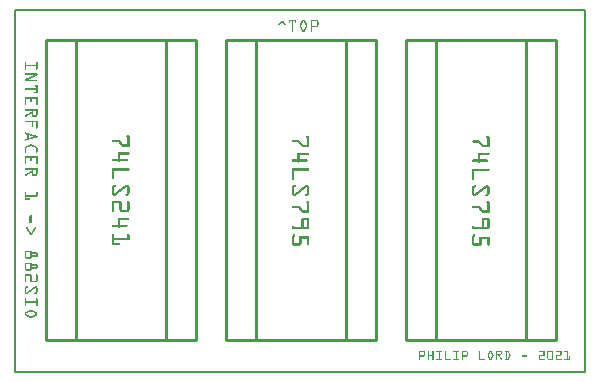
<source format=gto>
G04 MADE WITH FRITZING*
G04 WWW.FRITZING.ORG*
G04 DOUBLE SIDED*
G04 HOLES PLATED*
G04 CONTOUR ON CENTER OF CONTOUR VECTOR*
%ASAXBY*%
%FSLAX23Y23*%
%MOIN*%
%OFA0B0*%
%SFA1.0B1.0*%
%ADD10R,1.904840X1.214450X1.888840X1.198450*%
%ADD11C,0.008000*%
%ADD12C,0.010000*%
%ADD13R,0.001000X0.001000*%
%LNSILK1*%
G90*
G70*
G54D11*
X4Y1210D02*
X1901Y1210D01*
X1901Y4D01*
X4Y4D01*
X4Y1210D01*
D02*
G54D12*
X1405Y1110D02*
X1405Y110D01*
D02*
X1405Y110D02*
X1805Y110D01*
D02*
X1805Y110D02*
X1805Y1110D01*
D02*
X1405Y1110D02*
X1555Y1110D01*
D02*
X1655Y1110D02*
X1805Y1110D01*
D02*
X1305Y1110D02*
X1305Y110D01*
D02*
X1305Y110D02*
X1705Y110D01*
D02*
X1705Y110D02*
X1705Y1110D01*
D02*
X1305Y1110D02*
X1455Y1110D01*
D02*
X1555Y1110D02*
X1705Y1110D01*
D02*
X805Y1110D02*
X805Y110D01*
D02*
X805Y110D02*
X1205Y110D01*
D02*
X1205Y110D02*
X1205Y1110D01*
D02*
X805Y1110D02*
X955Y1110D01*
D02*
X1055Y1110D02*
X1205Y1110D01*
D02*
X705Y1110D02*
X705Y110D01*
D02*
X705Y110D02*
X1105Y110D01*
D02*
X1105Y110D02*
X1105Y1110D01*
D02*
X705Y1110D02*
X855Y1110D01*
D02*
X955Y1110D02*
X1105Y1110D01*
D02*
X205Y1110D02*
X205Y110D01*
D02*
X205Y110D02*
X605Y110D01*
D02*
X605Y110D02*
X605Y1110D01*
D02*
X205Y1110D02*
X355Y1110D01*
D02*
X455Y1110D02*
X605Y1110D01*
D02*
X105Y1110D02*
X105Y110D01*
D02*
X105Y110D02*
X505Y110D01*
D02*
X505Y110D02*
X505Y1110D01*
D02*
X105Y1110D02*
X255Y1110D01*
D02*
X355Y1110D02*
X505Y1110D01*
G54D13*
X915Y1177D02*
X939Y1177D01*
X964Y1177D02*
X964Y1177D01*
X989Y1177D02*
X1006Y1177D01*
X915Y1176D02*
X939Y1176D01*
X961Y1176D02*
X967Y1176D01*
X989Y1176D02*
X1010Y1176D01*
X915Y1175D02*
X939Y1175D01*
X960Y1175D02*
X968Y1175D01*
X989Y1175D02*
X1011Y1175D01*
X891Y1174D02*
X895Y1174D01*
X915Y1174D02*
X939Y1174D01*
X959Y1174D02*
X969Y1174D01*
X989Y1174D02*
X1012Y1174D01*
X890Y1173D02*
X895Y1173D01*
X915Y1173D02*
X939Y1173D01*
X958Y1173D02*
X970Y1173D01*
X989Y1173D02*
X1013Y1173D01*
X889Y1172D02*
X896Y1172D01*
X915Y1172D02*
X939Y1172D01*
X958Y1172D02*
X970Y1172D01*
X989Y1172D02*
X1013Y1172D01*
X888Y1171D02*
X897Y1171D01*
X915Y1171D02*
X919Y1171D01*
X925Y1171D02*
X929Y1171D01*
X935Y1171D02*
X939Y1171D01*
X957Y1171D02*
X962Y1171D01*
X966Y1171D02*
X971Y1171D01*
X989Y1171D02*
X993Y1171D01*
X1009Y1171D02*
X1013Y1171D01*
X887Y1170D02*
X898Y1170D01*
X915Y1170D02*
X919Y1170D01*
X925Y1170D02*
X929Y1170D01*
X935Y1170D02*
X939Y1170D01*
X957Y1170D02*
X962Y1170D01*
X966Y1170D02*
X971Y1170D01*
X989Y1170D02*
X993Y1170D01*
X1009Y1170D02*
X1014Y1170D01*
X887Y1169D02*
X899Y1169D01*
X915Y1169D02*
X918Y1169D01*
X925Y1169D02*
X929Y1169D01*
X935Y1169D02*
X939Y1169D01*
X956Y1169D02*
X961Y1169D01*
X967Y1169D02*
X972Y1169D01*
X989Y1169D02*
X993Y1169D01*
X1009Y1169D02*
X1014Y1169D01*
X886Y1168D02*
X891Y1168D01*
X894Y1168D02*
X900Y1168D01*
X916Y1168D02*
X918Y1168D01*
X925Y1168D02*
X929Y1168D01*
X936Y1168D02*
X938Y1168D01*
X956Y1168D02*
X961Y1168D01*
X967Y1168D02*
X972Y1168D01*
X989Y1168D02*
X993Y1168D01*
X1009Y1168D02*
X1014Y1168D01*
X885Y1167D02*
X890Y1167D01*
X895Y1167D02*
X900Y1167D01*
X925Y1167D02*
X929Y1167D01*
X955Y1167D02*
X960Y1167D01*
X968Y1167D02*
X973Y1167D01*
X989Y1167D02*
X993Y1167D01*
X1009Y1167D02*
X1014Y1167D01*
X884Y1166D02*
X889Y1166D01*
X896Y1166D02*
X901Y1166D01*
X925Y1166D02*
X929Y1166D01*
X955Y1166D02*
X960Y1166D01*
X968Y1166D02*
X973Y1166D01*
X989Y1166D02*
X993Y1166D01*
X1009Y1166D02*
X1014Y1166D01*
X883Y1165D02*
X888Y1165D01*
X897Y1165D02*
X902Y1165D01*
X925Y1165D02*
X929Y1165D01*
X954Y1165D02*
X959Y1165D01*
X969Y1165D02*
X974Y1165D01*
X989Y1165D02*
X993Y1165D01*
X1009Y1165D02*
X1014Y1165D01*
X883Y1164D02*
X887Y1164D01*
X898Y1164D02*
X903Y1164D01*
X925Y1164D02*
X929Y1164D01*
X954Y1164D02*
X959Y1164D01*
X969Y1164D02*
X974Y1164D01*
X989Y1164D02*
X993Y1164D01*
X1009Y1164D02*
X1014Y1164D01*
X882Y1163D02*
X886Y1163D01*
X899Y1163D02*
X904Y1163D01*
X925Y1163D02*
X929Y1163D01*
X953Y1163D02*
X958Y1163D01*
X970Y1163D02*
X975Y1163D01*
X989Y1163D02*
X993Y1163D01*
X1009Y1163D02*
X1014Y1163D01*
X881Y1162D02*
X886Y1162D01*
X900Y1162D02*
X905Y1162D01*
X925Y1162D02*
X929Y1162D01*
X953Y1162D02*
X958Y1162D01*
X970Y1162D02*
X975Y1162D01*
X989Y1162D02*
X993Y1162D01*
X1009Y1162D02*
X1014Y1162D01*
X880Y1161D02*
X885Y1161D01*
X901Y1161D02*
X905Y1161D01*
X925Y1161D02*
X929Y1161D01*
X952Y1161D02*
X957Y1161D01*
X971Y1161D02*
X976Y1161D01*
X989Y1161D02*
X993Y1161D01*
X1009Y1161D02*
X1014Y1161D01*
X879Y1160D02*
X884Y1160D01*
X902Y1160D02*
X906Y1160D01*
X925Y1160D02*
X929Y1160D01*
X952Y1160D02*
X957Y1160D01*
X971Y1160D02*
X976Y1160D01*
X989Y1160D02*
X993Y1160D01*
X1009Y1160D02*
X1014Y1160D01*
X925Y1159D02*
X929Y1159D01*
X952Y1159D02*
X956Y1159D01*
X972Y1159D02*
X976Y1159D01*
X989Y1159D02*
X993Y1159D01*
X1009Y1159D02*
X1013Y1159D01*
X925Y1158D02*
X929Y1158D01*
X952Y1158D02*
X956Y1158D01*
X972Y1158D02*
X976Y1158D01*
X989Y1158D02*
X993Y1158D01*
X1008Y1158D02*
X1013Y1158D01*
X925Y1157D02*
X929Y1157D01*
X952Y1157D02*
X956Y1157D01*
X972Y1157D02*
X976Y1157D01*
X989Y1157D02*
X1013Y1157D01*
X925Y1156D02*
X929Y1156D01*
X952Y1156D02*
X956Y1156D01*
X972Y1156D02*
X976Y1156D01*
X989Y1156D02*
X1012Y1156D01*
X925Y1155D02*
X929Y1155D01*
X952Y1155D02*
X956Y1155D01*
X972Y1155D02*
X976Y1155D01*
X989Y1155D02*
X1012Y1155D01*
X925Y1154D02*
X929Y1154D01*
X952Y1154D02*
X957Y1154D01*
X971Y1154D02*
X976Y1154D01*
X989Y1154D02*
X1011Y1154D01*
X925Y1153D02*
X929Y1153D01*
X952Y1153D02*
X957Y1153D01*
X971Y1153D02*
X976Y1153D01*
X989Y1153D02*
X1009Y1153D01*
X925Y1152D02*
X929Y1152D01*
X953Y1152D02*
X958Y1152D01*
X970Y1152D02*
X975Y1152D01*
X989Y1152D02*
X993Y1152D01*
X925Y1151D02*
X929Y1151D01*
X953Y1151D02*
X958Y1151D01*
X970Y1151D02*
X975Y1151D01*
X989Y1151D02*
X993Y1151D01*
X925Y1150D02*
X929Y1150D01*
X954Y1150D02*
X959Y1150D01*
X969Y1150D02*
X974Y1150D01*
X989Y1150D02*
X993Y1150D01*
X925Y1149D02*
X929Y1149D01*
X954Y1149D02*
X959Y1149D01*
X969Y1149D02*
X974Y1149D01*
X989Y1149D02*
X993Y1149D01*
X925Y1148D02*
X929Y1148D01*
X955Y1148D02*
X960Y1148D01*
X968Y1148D02*
X973Y1148D01*
X989Y1148D02*
X993Y1148D01*
X925Y1147D02*
X929Y1147D01*
X955Y1147D02*
X960Y1147D01*
X968Y1147D02*
X973Y1147D01*
X989Y1147D02*
X993Y1147D01*
X925Y1146D02*
X929Y1146D01*
X956Y1146D02*
X961Y1146D01*
X967Y1146D02*
X972Y1146D01*
X989Y1146D02*
X993Y1146D01*
X925Y1145D02*
X929Y1145D01*
X956Y1145D02*
X961Y1145D01*
X967Y1145D02*
X972Y1145D01*
X989Y1145D02*
X993Y1145D01*
X925Y1144D02*
X929Y1144D01*
X957Y1144D02*
X962Y1144D01*
X966Y1144D02*
X971Y1144D01*
X989Y1144D02*
X993Y1144D01*
X925Y1143D02*
X929Y1143D01*
X957Y1143D02*
X962Y1143D01*
X966Y1143D02*
X971Y1143D01*
X989Y1143D02*
X993Y1143D01*
X925Y1142D02*
X929Y1142D01*
X958Y1142D02*
X970Y1142D01*
X989Y1142D02*
X993Y1142D01*
X925Y1141D02*
X929Y1141D01*
X958Y1141D02*
X970Y1141D01*
X989Y1141D02*
X993Y1141D01*
X925Y1140D02*
X929Y1140D01*
X959Y1140D02*
X969Y1140D01*
X989Y1140D02*
X993Y1140D01*
X925Y1139D02*
X929Y1139D01*
X960Y1139D02*
X968Y1139D01*
X989Y1139D02*
X993Y1139D01*
X925Y1138D02*
X928Y1138D01*
X961Y1138D02*
X967Y1138D01*
X989Y1138D02*
X993Y1138D01*
X927Y1137D02*
X927Y1137D01*
X963Y1137D02*
X965Y1137D01*
X991Y1137D02*
X991Y1137D01*
X36Y1037D02*
X39Y1037D01*
X73Y1037D02*
X76Y1037D01*
X35Y1036D02*
X39Y1036D01*
X72Y1036D02*
X76Y1036D01*
X35Y1035D02*
X40Y1035D01*
X72Y1035D02*
X77Y1035D01*
X35Y1034D02*
X40Y1034D01*
X72Y1034D02*
X77Y1034D01*
X35Y1033D02*
X40Y1033D01*
X72Y1033D02*
X77Y1033D01*
X35Y1032D02*
X40Y1032D01*
X72Y1032D02*
X77Y1032D01*
X35Y1031D02*
X40Y1031D01*
X72Y1031D02*
X77Y1031D01*
X35Y1030D02*
X40Y1030D01*
X72Y1030D02*
X77Y1030D01*
X35Y1029D02*
X40Y1029D01*
X72Y1029D02*
X77Y1029D01*
X35Y1028D02*
X40Y1028D01*
X72Y1028D02*
X77Y1028D01*
X35Y1027D02*
X40Y1027D01*
X72Y1027D02*
X77Y1027D01*
X35Y1026D02*
X77Y1026D01*
X35Y1025D02*
X77Y1025D01*
X35Y1024D02*
X77Y1024D01*
X35Y1023D02*
X77Y1023D01*
X35Y1022D02*
X77Y1022D01*
X35Y1021D02*
X40Y1021D01*
X72Y1021D02*
X77Y1021D01*
X35Y1020D02*
X40Y1020D01*
X72Y1020D02*
X77Y1020D01*
X35Y1019D02*
X40Y1019D01*
X72Y1019D02*
X77Y1019D01*
X35Y1018D02*
X40Y1018D01*
X72Y1018D02*
X77Y1018D01*
X35Y1017D02*
X40Y1017D01*
X72Y1017D02*
X77Y1017D01*
X35Y1016D02*
X40Y1016D01*
X72Y1016D02*
X77Y1016D01*
X35Y1015D02*
X40Y1015D01*
X72Y1015D02*
X77Y1015D01*
X35Y1014D02*
X40Y1014D01*
X72Y1014D02*
X77Y1014D01*
X35Y1013D02*
X40Y1013D01*
X72Y1013D02*
X77Y1013D01*
X35Y1012D02*
X39Y1012D01*
X72Y1012D02*
X76Y1012D01*
X36Y1011D02*
X38Y1011D01*
X73Y1011D02*
X75Y1011D01*
X37Y998D02*
X76Y998D01*
X36Y997D02*
X77Y997D01*
X35Y996D02*
X77Y996D01*
X35Y995D02*
X77Y995D01*
X36Y994D02*
X77Y994D01*
X37Y993D02*
X77Y993D01*
X66Y992D02*
X77Y992D01*
X64Y991D02*
X76Y991D01*
X62Y990D02*
X74Y990D01*
X59Y989D02*
X72Y989D01*
X57Y988D02*
X70Y988D01*
X55Y987D02*
X67Y987D01*
X52Y986D02*
X65Y986D01*
X50Y985D02*
X63Y985D01*
X48Y984D02*
X61Y984D01*
X46Y983D02*
X58Y983D01*
X43Y982D02*
X56Y982D01*
X41Y981D02*
X54Y981D01*
X39Y980D02*
X52Y980D01*
X36Y979D02*
X49Y979D01*
X35Y978D02*
X47Y978D01*
X35Y977D02*
X45Y977D01*
X35Y976D02*
X76Y976D01*
X35Y975D02*
X76Y975D01*
X35Y974D02*
X77Y974D01*
X35Y973D02*
X76Y973D01*
X35Y972D02*
X76Y972D01*
X68Y958D02*
X77Y958D01*
X68Y957D02*
X77Y957D01*
X67Y956D02*
X77Y956D01*
X68Y955D02*
X77Y955D01*
X68Y954D02*
X77Y954D01*
X72Y953D02*
X77Y953D01*
X72Y952D02*
X77Y952D01*
X72Y951D02*
X77Y951D01*
X72Y950D02*
X77Y950D01*
X72Y949D02*
X77Y949D01*
X37Y948D02*
X77Y948D01*
X36Y947D02*
X77Y947D01*
X35Y946D02*
X77Y946D01*
X35Y945D02*
X77Y945D01*
X35Y944D02*
X77Y944D01*
X36Y943D02*
X77Y943D01*
X72Y942D02*
X77Y942D01*
X72Y941D02*
X77Y941D01*
X72Y940D02*
X77Y940D01*
X72Y939D02*
X77Y939D01*
X72Y938D02*
X77Y938D01*
X69Y937D02*
X77Y937D01*
X68Y936D02*
X77Y936D01*
X67Y935D02*
X77Y935D01*
X67Y934D02*
X77Y934D01*
X68Y933D02*
X77Y933D01*
X69Y932D02*
X76Y932D01*
X35Y919D02*
X77Y919D01*
X35Y918D02*
X77Y918D01*
X35Y917D02*
X77Y917D01*
X35Y916D02*
X77Y916D01*
X35Y915D02*
X77Y915D01*
X35Y914D02*
X77Y914D01*
X35Y913D02*
X40Y913D01*
X54Y913D02*
X58Y913D01*
X72Y913D02*
X77Y913D01*
X35Y912D02*
X40Y912D01*
X54Y912D02*
X58Y912D01*
X72Y912D02*
X77Y912D01*
X35Y911D02*
X40Y911D01*
X54Y911D02*
X58Y911D01*
X72Y911D02*
X77Y911D01*
X35Y910D02*
X40Y910D01*
X54Y910D02*
X58Y910D01*
X72Y910D02*
X77Y910D01*
X35Y909D02*
X40Y909D01*
X54Y909D02*
X58Y909D01*
X72Y909D02*
X77Y909D01*
X35Y908D02*
X40Y908D01*
X54Y908D02*
X58Y908D01*
X72Y908D02*
X77Y908D01*
X35Y907D02*
X40Y907D01*
X54Y907D02*
X58Y907D01*
X72Y907D02*
X77Y907D01*
X35Y906D02*
X40Y906D01*
X54Y906D02*
X58Y906D01*
X72Y906D02*
X77Y906D01*
X35Y905D02*
X40Y905D01*
X54Y905D02*
X58Y905D01*
X72Y905D02*
X77Y905D01*
X35Y904D02*
X40Y904D01*
X54Y904D02*
X57Y904D01*
X72Y904D02*
X77Y904D01*
X35Y903D02*
X40Y903D01*
X72Y903D02*
X77Y903D01*
X35Y902D02*
X40Y902D01*
X72Y902D02*
X77Y902D01*
X35Y901D02*
X40Y901D01*
X72Y901D02*
X77Y901D01*
X35Y900D02*
X40Y900D01*
X72Y900D02*
X77Y900D01*
X35Y899D02*
X40Y899D01*
X72Y899D02*
X77Y899D01*
X35Y898D02*
X40Y898D01*
X72Y898D02*
X77Y898D01*
X35Y897D02*
X40Y897D01*
X72Y897D02*
X77Y897D01*
X35Y896D02*
X40Y896D01*
X72Y896D02*
X77Y896D01*
X35Y895D02*
X40Y895D01*
X72Y895D02*
X77Y895D01*
X35Y894D02*
X39Y894D01*
X72Y894D02*
X76Y894D01*
X36Y893D02*
X39Y893D01*
X73Y893D02*
X76Y893D01*
X37Y880D02*
X76Y880D01*
X36Y879D02*
X77Y879D01*
X35Y878D02*
X77Y878D01*
X35Y877D02*
X77Y877D01*
X35Y876D02*
X77Y876D01*
X36Y875D02*
X77Y875D01*
X58Y874D02*
X63Y874D01*
X72Y874D02*
X77Y874D01*
X58Y873D02*
X63Y873D01*
X72Y873D02*
X77Y873D01*
X58Y872D02*
X63Y872D01*
X72Y872D02*
X77Y872D01*
X58Y871D02*
X63Y871D01*
X72Y871D02*
X77Y871D01*
X57Y870D02*
X63Y870D01*
X72Y870D02*
X77Y870D01*
X55Y869D02*
X63Y869D01*
X72Y869D02*
X77Y869D01*
X53Y868D02*
X63Y868D01*
X72Y868D02*
X77Y868D01*
X52Y867D02*
X63Y867D01*
X72Y867D02*
X77Y867D01*
X50Y866D02*
X63Y866D01*
X72Y866D02*
X77Y866D01*
X48Y865D02*
X63Y865D01*
X72Y865D02*
X77Y865D01*
X47Y864D02*
X63Y864D01*
X72Y864D02*
X77Y864D01*
X45Y863D02*
X55Y863D01*
X58Y863D02*
X63Y863D01*
X72Y863D02*
X77Y863D01*
X43Y862D02*
X53Y862D01*
X58Y862D02*
X63Y862D01*
X72Y862D02*
X77Y862D01*
X41Y861D02*
X51Y861D01*
X58Y861D02*
X63Y861D01*
X72Y861D02*
X77Y861D01*
X40Y860D02*
X50Y860D01*
X58Y860D02*
X63Y860D01*
X72Y860D02*
X76Y860D01*
X38Y859D02*
X48Y859D01*
X58Y859D02*
X64Y859D01*
X71Y859D02*
X76Y859D01*
X36Y858D02*
X46Y858D01*
X59Y858D02*
X76Y858D01*
X35Y857D02*
X45Y857D01*
X59Y857D02*
X75Y857D01*
X35Y856D02*
X43Y856D01*
X60Y856D02*
X75Y856D01*
X35Y855D02*
X41Y855D01*
X61Y855D02*
X74Y855D01*
X36Y854D02*
X39Y854D01*
X62Y854D02*
X72Y854D01*
X37Y853D02*
X37Y853D01*
X65Y853D02*
X69Y853D01*
X36Y840D02*
X77Y840D01*
X35Y839D02*
X77Y839D01*
X35Y838D02*
X77Y838D01*
X35Y837D02*
X77Y837D01*
X36Y836D02*
X77Y836D01*
X58Y835D02*
X63Y835D01*
X72Y835D02*
X77Y835D01*
X58Y834D02*
X63Y834D01*
X72Y834D02*
X77Y834D01*
X58Y833D02*
X63Y833D01*
X72Y833D02*
X77Y833D01*
X58Y832D02*
X63Y832D01*
X72Y832D02*
X77Y832D01*
X58Y831D02*
X63Y831D01*
X72Y831D02*
X77Y831D01*
X58Y830D02*
X63Y830D01*
X72Y830D02*
X77Y830D01*
X58Y829D02*
X63Y829D01*
X72Y829D02*
X77Y829D01*
X58Y828D02*
X63Y828D01*
X72Y828D02*
X77Y828D01*
X58Y827D02*
X63Y827D01*
X72Y827D02*
X77Y827D01*
X58Y826D02*
X63Y826D01*
X72Y826D02*
X77Y826D01*
X58Y825D02*
X63Y825D01*
X72Y825D02*
X77Y825D01*
X58Y824D02*
X63Y824D01*
X72Y824D02*
X77Y824D01*
X58Y823D02*
X63Y823D01*
X72Y823D02*
X77Y823D01*
X58Y822D02*
X63Y822D01*
X72Y822D02*
X77Y822D01*
X58Y821D02*
X63Y821D01*
X72Y821D02*
X77Y821D01*
X59Y820D02*
X62Y820D01*
X72Y820D02*
X77Y820D01*
X72Y819D02*
X77Y819D01*
X72Y818D02*
X77Y818D01*
X72Y817D02*
X77Y817D01*
X72Y816D02*
X77Y816D01*
X72Y815D02*
X76Y815D01*
X73Y814D02*
X75Y814D01*
X36Y801D02*
X38Y801D01*
X35Y800D02*
X42Y800D01*
X35Y799D02*
X45Y799D01*
X35Y798D02*
X49Y798D01*
X36Y797D02*
X52Y797D01*
X37Y796D02*
X55Y796D01*
X40Y795D02*
X59Y795D01*
X44Y794D02*
X62Y794D01*
X44Y793D02*
X66Y793D01*
X44Y792D02*
X69Y792D01*
X378Y792D02*
X380Y792D01*
X44Y791D02*
X49Y791D01*
X54Y791D02*
X72Y791D01*
X375Y791D02*
X382Y791D01*
X44Y790D02*
X49Y790D01*
X57Y790D02*
X75Y790D01*
X374Y790D02*
X383Y790D01*
X975Y790D02*
X982Y790D01*
X1577Y790D02*
X1581Y790D01*
X44Y789D02*
X49Y789D01*
X61Y789D02*
X76Y789D01*
X374Y789D02*
X384Y789D01*
X974Y789D02*
X983Y789D01*
X1575Y789D02*
X1583Y789D01*
X44Y788D02*
X49Y788D01*
X64Y788D02*
X77Y788D01*
X374Y788D02*
X384Y788D01*
X973Y788D02*
X983Y788D01*
X1574Y788D02*
X1583Y788D01*
X44Y787D02*
X49Y787D01*
X62Y787D02*
X76Y787D01*
X374Y787D02*
X384Y787D01*
X973Y787D02*
X983Y787D01*
X1574Y787D02*
X1584Y787D01*
X44Y786D02*
X49Y786D01*
X59Y786D02*
X76Y786D01*
X375Y786D02*
X384Y786D01*
X973Y786D02*
X983Y786D01*
X1574Y786D02*
X1584Y786D01*
X44Y785D02*
X49Y785D01*
X56Y785D02*
X74Y785D01*
X376Y785D02*
X384Y785D01*
X974Y785D02*
X983Y785D01*
X1574Y785D02*
X1584Y785D01*
X44Y784D02*
X49Y784D01*
X52Y784D02*
X71Y784D01*
X377Y784D02*
X384Y784D01*
X975Y784D02*
X983Y784D01*
X1575Y784D02*
X1584Y784D01*
X44Y783D02*
X67Y783D01*
X377Y783D02*
X384Y783D01*
X976Y783D02*
X983Y783D01*
X1576Y783D02*
X1584Y783D01*
X44Y782D02*
X64Y782D01*
X377Y782D02*
X384Y782D01*
X976Y782D02*
X983Y782D01*
X1577Y782D02*
X1584Y782D01*
X42Y781D02*
X61Y781D01*
X377Y781D02*
X384Y781D01*
X976Y781D02*
X983Y781D01*
X1577Y781D02*
X1584Y781D01*
X39Y780D02*
X57Y780D01*
X377Y780D02*
X384Y780D01*
X976Y780D02*
X983Y780D01*
X1577Y780D02*
X1584Y780D01*
X36Y779D02*
X54Y779D01*
X377Y779D02*
X384Y779D01*
X976Y779D02*
X983Y779D01*
X1577Y779D02*
X1584Y779D01*
X35Y778D02*
X50Y778D01*
X377Y778D02*
X384Y778D01*
X976Y778D02*
X983Y778D01*
X1577Y778D02*
X1584Y778D01*
X35Y777D02*
X47Y777D01*
X329Y777D02*
X348Y777D01*
X377Y777D02*
X384Y777D01*
X976Y777D02*
X983Y777D01*
X1577Y777D02*
X1584Y777D01*
X35Y776D02*
X43Y776D01*
X327Y776D02*
X350Y776D01*
X377Y776D02*
X384Y776D01*
X976Y776D02*
X983Y776D01*
X1577Y776D02*
X1584Y776D01*
X36Y775D02*
X40Y775D01*
X326Y775D02*
X351Y775D01*
X377Y775D02*
X384Y775D01*
X927Y775D02*
X950Y775D01*
X976Y775D02*
X983Y775D01*
X1529Y775D02*
X1549Y775D01*
X1577Y775D02*
X1584Y775D01*
X326Y774D02*
X352Y774D01*
X377Y774D02*
X384Y774D01*
X926Y774D02*
X951Y774D01*
X976Y774D02*
X983Y774D01*
X1527Y774D02*
X1551Y774D01*
X1577Y774D02*
X1584Y774D01*
X326Y773D02*
X353Y773D01*
X377Y773D02*
X384Y773D01*
X925Y773D02*
X951Y773D01*
X976Y773D02*
X983Y773D01*
X1526Y773D02*
X1551Y773D01*
X1577Y773D02*
X1584Y773D01*
X326Y772D02*
X354Y772D01*
X377Y772D02*
X384Y772D01*
X925Y772D02*
X952Y772D01*
X976Y772D02*
X983Y772D01*
X1526Y772D02*
X1552Y772D01*
X1577Y772D02*
X1584Y772D01*
X326Y771D02*
X355Y771D01*
X377Y771D02*
X384Y771D01*
X925Y771D02*
X953Y771D01*
X976Y771D02*
X983Y771D01*
X1526Y771D02*
X1553Y771D01*
X1577Y771D02*
X1584Y771D01*
X327Y770D02*
X355Y770D01*
X377Y770D02*
X384Y770D01*
X926Y770D02*
X954Y770D01*
X976Y770D02*
X983Y770D01*
X1526Y770D02*
X1554Y770D01*
X1577Y770D02*
X1584Y770D01*
X347Y769D02*
X356Y769D01*
X377Y769D02*
X384Y769D01*
X927Y769D02*
X955Y769D01*
X976Y769D02*
X983Y769D01*
X1527Y769D02*
X1555Y769D01*
X1577Y769D02*
X1584Y769D01*
X348Y768D02*
X357Y768D01*
X377Y768D02*
X384Y768D01*
X946Y768D02*
X956Y768D01*
X976Y768D02*
X983Y768D01*
X1528Y768D02*
X1556Y768D01*
X1577Y768D02*
X1584Y768D01*
X349Y767D02*
X358Y767D01*
X377Y767D02*
X384Y767D01*
X947Y767D02*
X956Y767D01*
X976Y767D02*
X983Y767D01*
X1547Y767D02*
X1557Y767D01*
X1577Y767D02*
X1584Y767D01*
X350Y766D02*
X359Y766D01*
X377Y766D02*
X384Y766D01*
X948Y766D02*
X957Y766D01*
X976Y766D02*
X983Y766D01*
X1548Y766D02*
X1557Y766D01*
X1577Y766D02*
X1584Y766D01*
X351Y765D02*
X360Y765D01*
X377Y765D02*
X384Y765D01*
X949Y765D02*
X958Y765D01*
X976Y765D02*
X983Y765D01*
X1549Y765D02*
X1558Y765D01*
X1577Y765D02*
X1584Y765D01*
X352Y764D02*
X361Y764D01*
X377Y764D02*
X384Y764D01*
X950Y764D02*
X959Y764D01*
X976Y764D02*
X983Y764D01*
X1550Y764D02*
X1559Y764D01*
X1577Y764D02*
X1584Y764D01*
X352Y763D02*
X361Y763D01*
X377Y763D02*
X384Y763D01*
X951Y763D02*
X960Y763D01*
X976Y763D02*
X983Y763D01*
X1551Y763D02*
X1560Y763D01*
X1577Y763D02*
X1584Y763D01*
X353Y762D02*
X363Y762D01*
X377Y762D02*
X384Y762D01*
X952Y762D02*
X961Y762D01*
X976Y762D02*
X983Y762D01*
X1552Y762D02*
X1561Y762D01*
X1577Y762D02*
X1584Y762D01*
X52Y761D02*
X60Y761D01*
X354Y761D02*
X384Y761D01*
X953Y761D02*
X962Y761D01*
X976Y761D02*
X983Y761D01*
X1553Y761D02*
X1562Y761D01*
X1577Y761D02*
X1584Y761D01*
X50Y760D02*
X62Y760D01*
X355Y760D02*
X384Y760D01*
X953Y760D02*
X983Y760D01*
X1553Y760D02*
X1584Y760D01*
X47Y759D02*
X64Y759D01*
X356Y759D02*
X384Y759D01*
X954Y759D02*
X983Y759D01*
X1554Y759D02*
X1584Y759D01*
X45Y758D02*
X66Y758D01*
X357Y758D02*
X384Y758D01*
X955Y758D02*
X983Y758D01*
X1555Y758D02*
X1584Y758D01*
X43Y757D02*
X68Y757D01*
X357Y757D02*
X384Y757D01*
X956Y757D02*
X983Y757D01*
X1556Y757D02*
X1584Y757D01*
X42Y756D02*
X53Y756D01*
X59Y756D02*
X70Y756D01*
X358Y756D02*
X384Y756D01*
X957Y756D02*
X983Y756D01*
X1557Y756D02*
X1584Y756D01*
X40Y755D02*
X51Y755D01*
X61Y755D02*
X72Y755D01*
X359Y755D02*
X384Y755D01*
X958Y755D02*
X983Y755D01*
X1558Y755D02*
X1584Y755D01*
X38Y754D02*
X49Y754D01*
X63Y754D02*
X74Y754D01*
X959Y754D02*
X983Y754D01*
X1559Y754D02*
X1584Y754D01*
X37Y753D02*
X47Y753D01*
X65Y753D02*
X75Y753D01*
X1560Y753D02*
X1584Y753D01*
X36Y752D02*
X45Y752D01*
X67Y752D02*
X75Y752D01*
X36Y751D02*
X43Y751D01*
X69Y751D02*
X76Y751D01*
X35Y750D02*
X41Y750D01*
X71Y750D02*
X76Y750D01*
X35Y749D02*
X40Y749D01*
X72Y749D02*
X76Y749D01*
X35Y748D02*
X40Y748D01*
X72Y748D02*
X77Y748D01*
X35Y747D02*
X40Y747D01*
X72Y747D02*
X77Y747D01*
X35Y746D02*
X40Y746D01*
X72Y746D02*
X77Y746D01*
X35Y745D02*
X40Y745D01*
X72Y745D02*
X77Y745D01*
X35Y744D02*
X40Y744D01*
X72Y744D02*
X77Y744D01*
X35Y743D02*
X40Y743D01*
X72Y743D02*
X77Y743D01*
X35Y742D02*
X40Y742D01*
X72Y742D02*
X77Y742D01*
X35Y741D02*
X40Y741D01*
X72Y741D02*
X77Y741D01*
X35Y740D02*
X40Y740D01*
X72Y740D02*
X77Y740D01*
X35Y739D02*
X40Y739D01*
X72Y739D02*
X77Y739D01*
X35Y738D02*
X40Y738D01*
X72Y738D02*
X77Y738D01*
X35Y737D02*
X40Y737D01*
X72Y737D02*
X77Y737D01*
X36Y736D02*
X39Y736D01*
X73Y736D02*
X76Y736D01*
X37Y735D02*
X38Y735D01*
X74Y735D02*
X75Y735D01*
X345Y735D02*
X382Y735D01*
X345Y734D02*
X383Y734D01*
X945Y734D02*
X981Y734D01*
X345Y733D02*
X383Y733D01*
X944Y733D02*
X982Y733D01*
X1545Y733D02*
X1582Y733D01*
X345Y732D02*
X384Y732D01*
X944Y732D02*
X983Y732D01*
X1545Y732D02*
X1583Y732D01*
X345Y731D02*
X384Y731D01*
X944Y731D02*
X983Y731D01*
X1545Y731D02*
X1584Y731D01*
X345Y730D02*
X383Y730D01*
X944Y730D02*
X983Y730D01*
X1545Y730D02*
X1584Y730D01*
X345Y729D02*
X383Y729D01*
X944Y729D02*
X983Y729D01*
X1545Y729D02*
X1584Y729D01*
X345Y728D02*
X381Y728D01*
X944Y728D02*
X982Y728D01*
X1545Y728D02*
X1583Y728D01*
X345Y727D02*
X352Y727D01*
X944Y727D02*
X981Y727D01*
X1545Y727D02*
X1583Y727D01*
X345Y726D02*
X352Y726D01*
X944Y726D02*
X951Y726D01*
X1545Y726D02*
X1581Y726D01*
X345Y725D02*
X352Y725D01*
X944Y725D02*
X951Y725D01*
X1545Y725D02*
X1552Y725D01*
X345Y724D02*
X352Y724D01*
X944Y724D02*
X951Y724D01*
X1545Y724D02*
X1552Y724D01*
X345Y723D02*
X352Y723D01*
X944Y723D02*
X951Y723D01*
X1545Y723D02*
X1552Y723D01*
X35Y722D02*
X77Y722D01*
X345Y722D02*
X352Y722D01*
X944Y722D02*
X951Y722D01*
X1545Y722D02*
X1552Y722D01*
X35Y721D02*
X77Y721D01*
X345Y721D02*
X352Y721D01*
X944Y721D02*
X951Y721D01*
X1545Y721D02*
X1552Y721D01*
X35Y720D02*
X77Y720D01*
X345Y720D02*
X352Y720D01*
X944Y720D02*
X951Y720D01*
X1545Y720D02*
X1552Y720D01*
X35Y719D02*
X77Y719D01*
X345Y719D02*
X352Y719D01*
X944Y719D02*
X951Y719D01*
X1545Y719D02*
X1552Y719D01*
X35Y718D02*
X77Y718D01*
X345Y718D02*
X352Y718D01*
X944Y718D02*
X951Y718D01*
X1545Y718D02*
X1552Y718D01*
X35Y717D02*
X77Y717D01*
X345Y717D02*
X352Y717D01*
X944Y717D02*
X951Y717D01*
X1545Y717D02*
X1552Y717D01*
X35Y716D02*
X40Y716D01*
X54Y716D02*
X58Y716D01*
X72Y716D02*
X77Y716D01*
X345Y716D02*
X352Y716D01*
X944Y716D02*
X951Y716D01*
X1545Y716D02*
X1552Y716D01*
X35Y715D02*
X40Y715D01*
X54Y715D02*
X58Y715D01*
X72Y715D02*
X77Y715D01*
X345Y715D02*
X352Y715D01*
X944Y715D02*
X951Y715D01*
X1545Y715D02*
X1552Y715D01*
X35Y714D02*
X40Y714D01*
X54Y714D02*
X58Y714D01*
X72Y714D02*
X77Y714D01*
X345Y714D02*
X352Y714D01*
X944Y714D02*
X951Y714D01*
X1545Y714D02*
X1552Y714D01*
X35Y713D02*
X40Y713D01*
X54Y713D02*
X58Y713D01*
X72Y713D02*
X77Y713D01*
X345Y713D02*
X352Y713D01*
X944Y713D02*
X951Y713D01*
X1545Y713D02*
X1552Y713D01*
X35Y712D02*
X40Y712D01*
X54Y712D02*
X58Y712D01*
X72Y712D02*
X77Y712D01*
X327Y712D02*
X376Y712D01*
X944Y712D02*
X951Y712D01*
X1545Y712D02*
X1552Y712D01*
X35Y711D02*
X40Y711D01*
X54Y711D02*
X58Y711D01*
X72Y711D02*
X77Y711D01*
X326Y711D02*
X377Y711D01*
X927Y711D02*
X975Y711D01*
X1530Y711D02*
X1574Y711D01*
X35Y710D02*
X40Y710D01*
X54Y710D02*
X58Y710D01*
X72Y710D02*
X77Y710D01*
X326Y710D02*
X377Y710D01*
X926Y710D02*
X976Y710D01*
X1527Y710D02*
X1576Y710D01*
X35Y709D02*
X40Y709D01*
X54Y709D02*
X58Y709D01*
X72Y709D02*
X77Y709D01*
X326Y709D02*
X377Y709D01*
X925Y709D02*
X977Y709D01*
X1526Y709D02*
X1577Y709D01*
X35Y708D02*
X40Y708D01*
X54Y708D02*
X58Y708D01*
X72Y708D02*
X77Y708D01*
X326Y708D02*
X377Y708D01*
X925Y708D02*
X977Y708D01*
X1526Y708D02*
X1577Y708D01*
X35Y707D02*
X40Y707D01*
X54Y707D02*
X57Y707D01*
X72Y707D02*
X77Y707D01*
X326Y707D02*
X377Y707D01*
X925Y707D02*
X977Y707D01*
X1526Y707D02*
X1577Y707D01*
X35Y706D02*
X40Y706D01*
X72Y706D02*
X77Y706D01*
X327Y706D02*
X376Y706D01*
X926Y706D02*
X976Y706D01*
X1526Y706D02*
X1577Y706D01*
X35Y705D02*
X40Y705D01*
X72Y705D02*
X77Y705D01*
X345Y705D02*
X352Y705D01*
X926Y705D02*
X975Y705D01*
X1526Y705D02*
X1577Y705D01*
X35Y704D02*
X40Y704D01*
X72Y704D02*
X77Y704D01*
X345Y704D02*
X351Y704D01*
X944Y704D02*
X951Y704D01*
X1527Y704D02*
X1576Y704D01*
X35Y703D02*
X40Y703D01*
X72Y703D02*
X77Y703D01*
X346Y703D02*
X351Y703D01*
X945Y703D02*
X951Y703D01*
X1545Y703D02*
X1552Y703D01*
X35Y702D02*
X40Y702D01*
X72Y702D02*
X77Y702D01*
X347Y702D02*
X350Y702D01*
X945Y702D02*
X950Y702D01*
X1545Y702D02*
X1551Y702D01*
X35Y701D02*
X40Y701D01*
X72Y701D02*
X77Y701D01*
X946Y701D02*
X949Y701D01*
X1546Y701D02*
X1551Y701D01*
X35Y700D02*
X40Y700D01*
X72Y700D02*
X77Y700D01*
X1547Y700D02*
X1550Y700D01*
X35Y699D02*
X40Y699D01*
X72Y699D02*
X77Y699D01*
X35Y698D02*
X40Y698D01*
X72Y698D02*
X77Y698D01*
X35Y697D02*
X39Y697D01*
X72Y697D02*
X76Y697D01*
X36Y696D02*
X39Y696D01*
X73Y696D02*
X76Y696D01*
X37Y683D02*
X76Y683D01*
X36Y682D02*
X77Y682D01*
X326Y682D02*
X382Y682D01*
X35Y681D02*
X77Y681D01*
X326Y681D02*
X383Y681D01*
X925Y681D02*
X981Y681D01*
X35Y680D02*
X77Y680D01*
X326Y680D02*
X383Y680D01*
X925Y680D02*
X982Y680D01*
X1526Y680D02*
X1582Y680D01*
X35Y679D02*
X77Y679D01*
X326Y679D02*
X384Y679D01*
X925Y679D02*
X983Y679D01*
X1526Y679D02*
X1583Y679D01*
X36Y678D02*
X77Y678D01*
X326Y678D02*
X384Y678D01*
X925Y678D02*
X983Y678D01*
X1526Y678D02*
X1584Y678D01*
X58Y677D02*
X63Y677D01*
X72Y677D02*
X77Y677D01*
X326Y677D02*
X383Y677D01*
X925Y677D02*
X983Y677D01*
X1526Y677D02*
X1584Y677D01*
X58Y676D02*
X63Y676D01*
X72Y676D02*
X77Y676D01*
X326Y676D02*
X382Y676D01*
X925Y676D02*
X983Y676D01*
X1526Y676D02*
X1584Y676D01*
X58Y675D02*
X63Y675D01*
X72Y675D02*
X77Y675D01*
X326Y675D02*
X381Y675D01*
X925Y675D02*
X982Y675D01*
X1526Y675D02*
X1583Y675D01*
X58Y674D02*
X63Y674D01*
X72Y674D02*
X77Y674D01*
X326Y674D02*
X332Y674D01*
X925Y674D02*
X981Y674D01*
X1526Y674D02*
X1582Y674D01*
X57Y673D02*
X63Y673D01*
X72Y673D02*
X77Y673D01*
X326Y673D02*
X332Y673D01*
X925Y673D02*
X932Y673D01*
X1526Y673D02*
X1533Y673D01*
X55Y672D02*
X63Y672D01*
X72Y672D02*
X77Y672D01*
X326Y672D02*
X332Y672D01*
X925Y672D02*
X932Y672D01*
X1526Y672D02*
X1532Y672D01*
X53Y671D02*
X63Y671D01*
X72Y671D02*
X77Y671D01*
X326Y671D02*
X332Y671D01*
X925Y671D02*
X932Y671D01*
X1526Y671D02*
X1532Y671D01*
X52Y670D02*
X63Y670D01*
X72Y670D02*
X77Y670D01*
X326Y670D02*
X332Y670D01*
X925Y670D02*
X932Y670D01*
X1526Y670D02*
X1532Y670D01*
X50Y669D02*
X63Y669D01*
X72Y669D02*
X77Y669D01*
X326Y669D02*
X332Y669D01*
X925Y669D02*
X932Y669D01*
X1526Y669D02*
X1532Y669D01*
X48Y668D02*
X63Y668D01*
X72Y668D02*
X77Y668D01*
X326Y668D02*
X332Y668D01*
X925Y668D02*
X932Y668D01*
X1526Y668D02*
X1532Y668D01*
X47Y667D02*
X63Y667D01*
X72Y667D02*
X77Y667D01*
X326Y667D02*
X332Y667D01*
X925Y667D02*
X932Y667D01*
X1526Y667D02*
X1532Y667D01*
X45Y666D02*
X55Y666D01*
X58Y666D02*
X63Y666D01*
X72Y666D02*
X77Y666D01*
X326Y666D02*
X332Y666D01*
X925Y666D02*
X932Y666D01*
X1526Y666D02*
X1532Y666D01*
X43Y665D02*
X53Y665D01*
X58Y665D02*
X63Y665D01*
X72Y665D02*
X77Y665D01*
X326Y665D02*
X332Y665D01*
X925Y665D02*
X932Y665D01*
X1526Y665D02*
X1532Y665D01*
X41Y664D02*
X51Y664D01*
X58Y664D02*
X63Y664D01*
X72Y664D02*
X77Y664D01*
X326Y664D02*
X332Y664D01*
X925Y664D02*
X932Y664D01*
X1526Y664D02*
X1532Y664D01*
X40Y663D02*
X50Y663D01*
X58Y663D02*
X63Y663D01*
X72Y663D02*
X76Y663D01*
X326Y663D02*
X332Y663D01*
X925Y663D02*
X932Y663D01*
X1526Y663D02*
X1532Y663D01*
X38Y662D02*
X48Y662D01*
X58Y662D02*
X64Y662D01*
X71Y662D02*
X76Y662D01*
X326Y662D02*
X332Y662D01*
X925Y662D02*
X932Y662D01*
X1526Y662D02*
X1532Y662D01*
X36Y661D02*
X46Y661D01*
X59Y661D02*
X76Y661D01*
X326Y661D02*
X332Y661D01*
X925Y661D02*
X932Y661D01*
X1526Y661D02*
X1532Y661D01*
X35Y660D02*
X45Y660D01*
X59Y660D02*
X75Y660D01*
X326Y660D02*
X332Y660D01*
X925Y660D02*
X932Y660D01*
X1526Y660D02*
X1532Y660D01*
X35Y659D02*
X43Y659D01*
X60Y659D02*
X75Y659D01*
X326Y659D02*
X332Y659D01*
X925Y659D02*
X932Y659D01*
X1526Y659D02*
X1532Y659D01*
X35Y658D02*
X41Y658D01*
X61Y658D02*
X74Y658D01*
X326Y658D02*
X332Y658D01*
X925Y658D02*
X932Y658D01*
X1526Y658D02*
X1532Y658D01*
X36Y657D02*
X39Y657D01*
X62Y657D02*
X72Y657D01*
X326Y657D02*
X332Y657D01*
X925Y657D02*
X932Y657D01*
X1526Y657D02*
X1532Y657D01*
X37Y656D02*
X37Y656D01*
X65Y656D02*
X69Y656D01*
X326Y656D02*
X332Y656D01*
X925Y656D02*
X932Y656D01*
X1526Y656D02*
X1532Y656D01*
X326Y655D02*
X332Y655D01*
X925Y655D02*
X932Y655D01*
X1526Y655D02*
X1532Y655D01*
X326Y654D02*
X332Y654D01*
X925Y654D02*
X932Y654D01*
X1526Y654D02*
X1532Y654D01*
X326Y653D02*
X332Y653D01*
X925Y653D02*
X932Y653D01*
X1526Y653D02*
X1532Y653D01*
X326Y652D02*
X332Y652D01*
X925Y652D02*
X932Y652D01*
X1526Y652D02*
X1532Y652D01*
X326Y651D02*
X332Y651D01*
X925Y651D02*
X932Y651D01*
X1526Y651D02*
X1532Y651D01*
X326Y650D02*
X332Y650D01*
X925Y650D02*
X932Y650D01*
X1526Y650D02*
X1532Y650D01*
X326Y649D02*
X332Y649D01*
X925Y649D02*
X932Y649D01*
X1526Y649D02*
X1532Y649D01*
X326Y648D02*
X332Y648D01*
X925Y648D02*
X932Y648D01*
X1526Y648D02*
X1532Y648D01*
X326Y647D02*
X332Y647D01*
X925Y647D02*
X932Y647D01*
X1526Y647D02*
X1532Y647D01*
X327Y646D02*
X331Y646D01*
X925Y646D02*
X931Y646D01*
X1526Y646D02*
X1532Y646D01*
X329Y645D02*
X329Y645D01*
X926Y645D02*
X931Y645D01*
X1526Y645D02*
X1532Y645D01*
X927Y644D02*
X929Y644D01*
X1527Y644D02*
X1531Y644D01*
X1529Y643D02*
X1529Y643D01*
X332Y627D02*
X337Y627D01*
X372Y627D02*
X379Y627D01*
X330Y626D02*
X338Y626D01*
X371Y626D02*
X380Y626D01*
X932Y626D02*
X936Y626D01*
X972Y626D02*
X978Y626D01*
X329Y625D02*
X339Y625D01*
X369Y625D02*
X381Y625D01*
X930Y625D02*
X938Y625D01*
X970Y625D02*
X980Y625D01*
X1532Y625D02*
X1537Y625D01*
X1572Y625D02*
X1579Y625D01*
X328Y624D02*
X339Y624D01*
X368Y624D02*
X382Y624D01*
X929Y624D02*
X938Y624D01*
X969Y624D02*
X981Y624D01*
X1530Y624D02*
X1538Y624D01*
X1571Y624D02*
X1581Y624D01*
X327Y623D02*
X339Y623D01*
X367Y623D02*
X383Y623D01*
X928Y623D02*
X938Y623D01*
X968Y623D02*
X982Y623D01*
X1529Y623D02*
X1539Y623D01*
X1569Y623D02*
X1582Y623D01*
X327Y622D02*
X338Y622D01*
X365Y622D02*
X383Y622D01*
X927Y622D02*
X938Y622D01*
X966Y622D02*
X982Y622D01*
X1528Y622D02*
X1539Y622D01*
X1568Y622D02*
X1582Y622D01*
X326Y621D02*
X337Y621D01*
X364Y621D02*
X383Y621D01*
X926Y621D02*
X938Y621D01*
X965Y621D02*
X983Y621D01*
X1527Y621D02*
X1539Y621D01*
X1567Y621D02*
X1583Y621D01*
X326Y620D02*
X334Y620D01*
X363Y620D02*
X375Y620D01*
X377Y620D02*
X384Y620D01*
X926Y620D02*
X937Y620D01*
X964Y620D02*
X983Y620D01*
X1527Y620D02*
X1538Y620D01*
X1565Y620D02*
X1583Y620D01*
X326Y619D02*
X333Y619D01*
X362Y619D02*
X373Y619D01*
X377Y619D02*
X384Y619D01*
X925Y619D02*
X934Y619D01*
X963Y619D02*
X983Y619D01*
X1526Y619D02*
X1537Y619D01*
X1564Y619D02*
X1584Y619D01*
X326Y618D02*
X332Y618D01*
X360Y618D02*
X372Y618D01*
X377Y618D02*
X384Y618D01*
X925Y618D02*
X932Y618D01*
X961Y618D02*
X973Y618D01*
X976Y618D02*
X983Y618D01*
X1526Y618D02*
X1534Y618D01*
X1563Y618D02*
X1574Y618D01*
X1577Y618D02*
X1584Y618D01*
X326Y617D02*
X332Y617D01*
X359Y617D02*
X371Y617D01*
X377Y617D02*
X384Y617D01*
X925Y617D02*
X932Y617D01*
X960Y617D02*
X972Y617D01*
X976Y617D02*
X983Y617D01*
X1526Y617D02*
X1533Y617D01*
X1562Y617D02*
X1573Y617D01*
X1577Y617D02*
X1584Y617D01*
X326Y616D02*
X332Y616D01*
X358Y616D02*
X369Y616D01*
X377Y616D02*
X384Y616D01*
X925Y616D02*
X932Y616D01*
X959Y616D02*
X970Y616D01*
X976Y616D02*
X983Y616D01*
X1526Y616D02*
X1532Y616D01*
X1560Y616D02*
X1572Y616D01*
X1577Y616D02*
X1584Y616D01*
X326Y615D02*
X332Y615D01*
X356Y615D02*
X368Y615D01*
X377Y615D02*
X384Y615D01*
X925Y615D02*
X932Y615D01*
X957Y615D02*
X969Y615D01*
X976Y615D02*
X983Y615D01*
X1526Y615D02*
X1532Y615D01*
X1559Y615D02*
X1571Y615D01*
X1577Y615D02*
X1584Y615D01*
X326Y614D02*
X332Y614D01*
X355Y614D02*
X367Y614D01*
X377Y614D02*
X384Y614D01*
X925Y614D02*
X932Y614D01*
X956Y614D02*
X968Y614D01*
X976Y614D02*
X983Y614D01*
X1526Y614D02*
X1532Y614D01*
X1558Y614D02*
X1569Y614D01*
X1577Y614D02*
X1584Y614D01*
X326Y613D02*
X332Y613D01*
X354Y613D02*
X365Y613D01*
X377Y613D02*
X384Y613D01*
X925Y613D02*
X932Y613D01*
X955Y613D02*
X966Y613D01*
X976Y613D02*
X983Y613D01*
X1526Y613D02*
X1532Y613D01*
X1556Y613D02*
X1568Y613D01*
X1577Y613D02*
X1584Y613D01*
X326Y612D02*
X332Y612D01*
X353Y612D02*
X364Y612D01*
X377Y612D02*
X384Y612D01*
X925Y612D02*
X932Y612D01*
X954Y612D02*
X965Y612D01*
X976Y612D02*
X983Y612D01*
X1526Y612D02*
X1532Y612D01*
X1555Y612D02*
X1567Y612D01*
X1577Y612D02*
X1584Y612D01*
X326Y611D02*
X332Y611D01*
X351Y611D02*
X363Y611D01*
X377Y611D02*
X384Y611D01*
X925Y611D02*
X932Y611D01*
X952Y611D02*
X964Y611D01*
X976Y611D02*
X983Y611D01*
X1526Y611D02*
X1532Y611D01*
X1554Y611D02*
X1565Y611D01*
X1577Y611D02*
X1584Y611D01*
X326Y610D02*
X332Y610D01*
X350Y610D02*
X362Y610D01*
X377Y610D02*
X384Y610D01*
X925Y610D02*
X932Y610D01*
X951Y610D02*
X963Y610D01*
X976Y610D02*
X983Y610D01*
X1526Y610D02*
X1532Y610D01*
X1553Y610D02*
X1564Y610D01*
X1577Y610D02*
X1584Y610D01*
X326Y609D02*
X332Y609D01*
X349Y609D02*
X360Y609D01*
X377Y609D02*
X384Y609D01*
X925Y609D02*
X932Y609D01*
X950Y609D02*
X961Y609D01*
X976Y609D02*
X983Y609D01*
X1526Y609D02*
X1532Y609D01*
X1551Y609D02*
X1563Y609D01*
X1577Y609D02*
X1584Y609D01*
X326Y608D02*
X332Y608D01*
X347Y608D02*
X359Y608D01*
X377Y608D02*
X384Y608D01*
X925Y608D02*
X932Y608D01*
X948Y608D02*
X960Y608D01*
X976Y608D02*
X983Y608D01*
X1526Y608D02*
X1532Y608D01*
X1550Y608D02*
X1562Y608D01*
X1577Y608D02*
X1584Y608D01*
X326Y607D02*
X332Y607D01*
X346Y607D02*
X358Y607D01*
X377Y607D02*
X384Y607D01*
X925Y607D02*
X932Y607D01*
X947Y607D02*
X959Y607D01*
X976Y607D02*
X983Y607D01*
X1526Y607D02*
X1532Y607D01*
X1549Y607D02*
X1560Y607D01*
X1577Y607D02*
X1584Y607D01*
X326Y606D02*
X332Y606D01*
X345Y606D02*
X356Y606D01*
X377Y606D02*
X384Y606D01*
X925Y606D02*
X932Y606D01*
X946Y606D02*
X957Y606D01*
X976Y606D02*
X983Y606D01*
X1526Y606D02*
X1532Y606D01*
X1547Y606D02*
X1559Y606D01*
X1577Y606D02*
X1584Y606D01*
X326Y605D02*
X332Y605D01*
X344Y605D02*
X355Y605D01*
X377Y605D02*
X384Y605D01*
X925Y605D02*
X932Y605D01*
X945Y605D02*
X956Y605D01*
X976Y605D02*
X983Y605D01*
X1526Y605D02*
X1532Y605D01*
X1546Y605D02*
X1558Y605D01*
X1577Y605D02*
X1584Y605D01*
X37Y604D02*
X38Y604D01*
X74Y604D02*
X75Y604D01*
X326Y604D02*
X332Y604D01*
X342Y604D02*
X354Y604D01*
X377Y604D02*
X384Y604D01*
X925Y604D02*
X932Y604D01*
X943Y604D02*
X955Y604D01*
X976Y604D02*
X983Y604D01*
X1526Y604D02*
X1532Y604D01*
X1545Y604D02*
X1556Y604D01*
X1577Y604D02*
X1584Y604D01*
X35Y603D02*
X39Y603D01*
X72Y603D02*
X76Y603D01*
X326Y603D02*
X332Y603D01*
X341Y603D02*
X353Y603D01*
X377Y603D02*
X384Y603D01*
X925Y603D02*
X932Y603D01*
X942Y603D02*
X954Y603D01*
X976Y603D02*
X983Y603D01*
X1526Y603D02*
X1532Y603D01*
X1544Y603D02*
X1555Y603D01*
X1577Y603D02*
X1584Y603D01*
X35Y602D02*
X40Y602D01*
X72Y602D02*
X77Y602D01*
X326Y602D02*
X332Y602D01*
X340Y602D02*
X351Y602D01*
X377Y602D02*
X384Y602D01*
X925Y602D02*
X932Y602D01*
X941Y602D02*
X952Y602D01*
X976Y602D02*
X983Y602D01*
X1526Y602D02*
X1532Y602D01*
X1542Y602D02*
X1554Y602D01*
X1577Y602D02*
X1584Y602D01*
X35Y601D02*
X40Y601D01*
X72Y601D02*
X77Y601D01*
X326Y601D02*
X332Y601D01*
X338Y601D02*
X350Y601D01*
X377Y601D02*
X384Y601D01*
X925Y601D02*
X932Y601D01*
X939Y601D02*
X951Y601D01*
X976Y601D02*
X983Y601D01*
X1526Y601D02*
X1532Y601D01*
X1541Y601D02*
X1553Y601D01*
X1577Y601D02*
X1584Y601D01*
X35Y600D02*
X40Y600D01*
X72Y600D02*
X77Y600D01*
X326Y600D02*
X332Y600D01*
X337Y600D02*
X349Y600D01*
X377Y600D02*
X384Y600D01*
X925Y600D02*
X932Y600D01*
X938Y600D02*
X950Y600D01*
X976Y600D02*
X983Y600D01*
X1526Y600D02*
X1532Y600D01*
X1540Y600D02*
X1551Y600D01*
X1577Y600D02*
X1584Y600D01*
X35Y599D02*
X40Y599D01*
X72Y599D02*
X77Y599D01*
X326Y599D02*
X332Y599D01*
X336Y599D02*
X347Y599D01*
X377Y599D02*
X384Y599D01*
X925Y599D02*
X932Y599D01*
X937Y599D02*
X948Y599D01*
X976Y599D02*
X983Y599D01*
X1526Y599D02*
X1532Y599D01*
X1538Y599D02*
X1550Y599D01*
X1577Y599D02*
X1584Y599D01*
X35Y598D02*
X40Y598D01*
X72Y598D02*
X77Y598D01*
X326Y598D02*
X346Y598D01*
X375Y598D02*
X383Y598D01*
X925Y598D02*
X932Y598D01*
X936Y598D02*
X947Y598D01*
X976Y598D02*
X983Y598D01*
X1526Y598D02*
X1532Y598D01*
X1537Y598D02*
X1549Y598D01*
X1577Y598D02*
X1584Y598D01*
X35Y597D02*
X40Y597D01*
X72Y597D02*
X77Y597D01*
X326Y597D02*
X345Y597D01*
X372Y597D02*
X383Y597D01*
X925Y597D02*
X932Y597D01*
X934Y597D02*
X946Y597D01*
X975Y597D02*
X983Y597D01*
X1526Y597D02*
X1532Y597D01*
X1536Y597D02*
X1547Y597D01*
X1577Y597D02*
X1584Y597D01*
X35Y596D02*
X40Y596D01*
X72Y596D02*
X77Y596D01*
X326Y596D02*
X344Y596D01*
X371Y596D02*
X383Y596D01*
X925Y596D02*
X945Y596D01*
X972Y596D02*
X983Y596D01*
X1526Y596D02*
X1546Y596D01*
X1575Y596D02*
X1583Y596D01*
X35Y595D02*
X40Y595D01*
X72Y595D02*
X77Y595D01*
X326Y595D02*
X342Y595D01*
X371Y595D02*
X382Y595D01*
X925Y595D02*
X943Y595D01*
X971Y595D02*
X982Y595D01*
X1526Y595D02*
X1545Y595D01*
X1572Y595D02*
X1583Y595D01*
X35Y594D02*
X40Y594D01*
X72Y594D02*
X77Y594D01*
X327Y594D02*
X341Y594D01*
X371Y594D02*
X381Y594D01*
X926Y594D02*
X942Y594D01*
X970Y594D02*
X982Y594D01*
X1526Y594D02*
X1544Y594D01*
X1571Y594D02*
X1583Y594D01*
X35Y593D02*
X77Y593D01*
X328Y593D02*
X340Y593D01*
X371Y593D02*
X380Y593D01*
X926Y593D02*
X941Y593D01*
X970Y593D02*
X981Y593D01*
X1527Y593D02*
X1542Y593D01*
X1571Y593D02*
X1582Y593D01*
X35Y592D02*
X77Y592D01*
X329Y592D02*
X338Y592D01*
X371Y592D02*
X379Y592D01*
X927Y592D02*
X939Y592D01*
X970Y592D02*
X980Y592D01*
X1527Y592D02*
X1541Y592D01*
X1571Y592D02*
X1581Y592D01*
X35Y591D02*
X77Y591D01*
X331Y591D02*
X337Y591D01*
X372Y591D02*
X377Y591D01*
X928Y591D02*
X938Y591D01*
X971Y591D02*
X979Y591D01*
X1528Y591D02*
X1540Y591D01*
X1571Y591D02*
X1580Y591D01*
X35Y590D02*
X77Y590D01*
X930Y590D02*
X937Y590D01*
X971Y590D02*
X977Y590D01*
X1529Y590D02*
X1538Y590D01*
X1571Y590D02*
X1579Y590D01*
X35Y589D02*
X77Y589D01*
X933Y589D02*
X933Y589D01*
X973Y589D02*
X974Y589D01*
X1531Y589D02*
X1537Y589D01*
X1572Y589D02*
X1577Y589D01*
X35Y588D02*
X76Y588D01*
X35Y587D02*
X40Y587D01*
X35Y586D02*
X40Y586D01*
X35Y585D02*
X40Y585D01*
X35Y584D02*
X40Y584D01*
X35Y583D02*
X40Y583D01*
X35Y582D02*
X52Y582D01*
X35Y581D02*
X53Y581D01*
X35Y580D02*
X53Y580D01*
X35Y579D02*
X53Y579D01*
X36Y578D02*
X53Y578D01*
X326Y573D02*
X352Y573D01*
X380Y573D02*
X381Y573D01*
X326Y572D02*
X354Y572D01*
X378Y572D02*
X383Y572D01*
X326Y571D02*
X356Y571D01*
X377Y571D02*
X383Y571D01*
X975Y571D02*
X982Y571D01*
X1576Y571D02*
X1581Y571D01*
X326Y570D02*
X356Y570D01*
X377Y570D02*
X384Y570D01*
X974Y570D02*
X983Y570D01*
X1575Y570D02*
X1583Y570D01*
X326Y569D02*
X357Y569D01*
X377Y569D02*
X384Y569D01*
X973Y569D02*
X983Y569D01*
X1574Y569D02*
X1583Y569D01*
X326Y568D02*
X358Y568D01*
X377Y568D02*
X384Y568D01*
X973Y568D02*
X983Y568D01*
X1574Y568D02*
X1584Y568D01*
X326Y567D02*
X358Y567D01*
X377Y567D02*
X384Y567D01*
X973Y567D02*
X983Y567D01*
X1574Y567D02*
X1584Y567D01*
X326Y566D02*
X358Y566D01*
X377Y566D02*
X384Y566D01*
X974Y566D02*
X983Y566D01*
X1574Y566D02*
X1584Y566D01*
X326Y565D02*
X332Y565D01*
X351Y565D02*
X358Y565D01*
X377Y565D02*
X384Y565D01*
X975Y565D02*
X983Y565D01*
X1575Y565D02*
X1584Y565D01*
X326Y564D02*
X332Y564D01*
X351Y564D02*
X358Y564D01*
X377Y564D02*
X384Y564D01*
X976Y564D02*
X983Y564D01*
X1576Y564D02*
X1584Y564D01*
X326Y563D02*
X332Y563D01*
X351Y563D02*
X358Y563D01*
X377Y563D02*
X384Y563D01*
X976Y563D02*
X983Y563D01*
X1577Y563D02*
X1584Y563D01*
X326Y562D02*
X332Y562D01*
X351Y562D02*
X358Y562D01*
X377Y562D02*
X384Y562D01*
X976Y562D02*
X983Y562D01*
X1577Y562D02*
X1584Y562D01*
X326Y561D02*
X332Y561D01*
X351Y561D02*
X358Y561D01*
X377Y561D02*
X384Y561D01*
X976Y561D02*
X983Y561D01*
X1577Y561D02*
X1584Y561D01*
X326Y560D02*
X332Y560D01*
X351Y560D02*
X358Y560D01*
X377Y560D02*
X384Y560D01*
X976Y560D02*
X983Y560D01*
X1577Y560D02*
X1584Y560D01*
X326Y559D02*
X332Y559D01*
X351Y559D02*
X358Y559D01*
X377Y559D02*
X384Y559D01*
X976Y559D02*
X983Y559D01*
X1577Y559D02*
X1584Y559D01*
X326Y558D02*
X332Y558D01*
X351Y558D02*
X358Y558D01*
X377Y558D02*
X384Y558D01*
X976Y558D02*
X983Y558D01*
X1577Y558D02*
X1584Y558D01*
X326Y557D02*
X332Y557D01*
X351Y557D02*
X358Y557D01*
X377Y557D02*
X384Y557D01*
X976Y557D02*
X983Y557D01*
X1577Y557D02*
X1584Y557D01*
X326Y556D02*
X332Y556D01*
X351Y556D02*
X358Y556D01*
X377Y556D02*
X384Y556D01*
X926Y556D02*
X950Y556D01*
X976Y556D02*
X983Y556D01*
X1528Y556D02*
X1549Y556D01*
X1577Y556D02*
X1584Y556D01*
X326Y555D02*
X332Y555D01*
X351Y555D02*
X358Y555D01*
X377Y555D02*
X384Y555D01*
X926Y555D02*
X951Y555D01*
X976Y555D02*
X983Y555D01*
X1527Y555D02*
X1551Y555D01*
X1577Y555D02*
X1584Y555D01*
X326Y554D02*
X332Y554D01*
X351Y554D02*
X358Y554D01*
X377Y554D02*
X384Y554D01*
X925Y554D02*
X951Y554D01*
X976Y554D02*
X983Y554D01*
X1526Y554D02*
X1552Y554D01*
X1577Y554D02*
X1584Y554D01*
X326Y553D02*
X332Y553D01*
X351Y553D02*
X358Y553D01*
X377Y553D02*
X384Y553D01*
X925Y553D02*
X952Y553D01*
X976Y553D02*
X983Y553D01*
X1526Y553D02*
X1552Y553D01*
X1577Y553D02*
X1584Y553D01*
X326Y552D02*
X332Y552D01*
X351Y552D02*
X358Y552D01*
X377Y552D02*
X384Y552D01*
X925Y552D02*
X953Y552D01*
X976Y552D02*
X983Y552D01*
X1526Y552D02*
X1553Y552D01*
X1577Y552D02*
X1584Y552D01*
X326Y551D02*
X332Y551D01*
X351Y551D02*
X358Y551D01*
X377Y551D02*
X384Y551D01*
X926Y551D02*
X954Y551D01*
X976Y551D02*
X983Y551D01*
X1526Y551D02*
X1554Y551D01*
X1577Y551D02*
X1584Y551D01*
X326Y550D02*
X332Y550D01*
X351Y550D02*
X358Y550D01*
X377Y550D02*
X384Y550D01*
X927Y550D02*
X955Y550D01*
X976Y550D02*
X983Y550D01*
X1527Y550D02*
X1555Y550D01*
X1577Y550D02*
X1584Y550D01*
X326Y549D02*
X332Y549D01*
X351Y549D02*
X358Y549D01*
X377Y549D02*
X384Y549D01*
X947Y549D02*
X956Y549D01*
X976Y549D02*
X983Y549D01*
X1528Y549D02*
X1556Y549D01*
X1577Y549D02*
X1584Y549D01*
X326Y548D02*
X332Y548D01*
X351Y548D02*
X358Y548D01*
X377Y548D02*
X384Y548D01*
X948Y548D02*
X957Y548D01*
X976Y548D02*
X983Y548D01*
X1548Y548D02*
X1557Y548D01*
X1577Y548D02*
X1584Y548D01*
X326Y547D02*
X332Y547D01*
X351Y547D02*
X358Y547D01*
X377Y547D02*
X384Y547D01*
X948Y547D02*
X957Y547D01*
X976Y547D02*
X983Y547D01*
X1548Y547D02*
X1557Y547D01*
X1577Y547D02*
X1584Y547D01*
X326Y546D02*
X332Y546D01*
X351Y546D02*
X358Y546D01*
X377Y546D02*
X384Y546D01*
X949Y546D02*
X958Y546D01*
X976Y546D02*
X983Y546D01*
X1549Y546D02*
X1558Y546D01*
X1577Y546D02*
X1584Y546D01*
X326Y545D02*
X332Y545D01*
X351Y545D02*
X358Y545D01*
X377Y545D02*
X384Y545D01*
X950Y545D02*
X959Y545D01*
X976Y545D02*
X983Y545D01*
X1550Y545D02*
X1559Y545D01*
X1577Y545D02*
X1584Y545D01*
X326Y544D02*
X332Y544D01*
X351Y544D02*
X358Y544D01*
X377Y544D02*
X384Y544D01*
X951Y544D02*
X960Y544D01*
X976Y544D02*
X983Y544D01*
X1551Y544D02*
X1560Y544D01*
X1577Y544D02*
X1584Y544D01*
X326Y543D02*
X332Y543D01*
X351Y543D02*
X384Y543D01*
X952Y543D02*
X961Y543D01*
X976Y543D02*
X983Y543D01*
X1552Y543D02*
X1561Y543D01*
X1577Y543D02*
X1584Y543D01*
X326Y542D02*
X332Y542D01*
X351Y542D02*
X384Y542D01*
X953Y542D02*
X962Y542D01*
X976Y542D02*
X983Y542D01*
X1553Y542D02*
X1562Y542D01*
X1577Y542D02*
X1584Y542D01*
X326Y541D02*
X332Y541D01*
X352Y541D02*
X383Y541D01*
X954Y541D02*
X983Y541D01*
X1554Y541D02*
X1584Y541D01*
X326Y540D02*
X332Y540D01*
X352Y540D02*
X383Y540D01*
X954Y540D02*
X983Y540D01*
X1554Y540D02*
X1584Y540D01*
X326Y539D02*
X332Y539D01*
X353Y539D02*
X382Y539D01*
X955Y539D02*
X983Y539D01*
X1555Y539D02*
X1584Y539D01*
X326Y538D02*
X332Y538D01*
X353Y538D02*
X382Y538D01*
X956Y538D02*
X983Y538D01*
X1556Y538D02*
X1584Y538D01*
X326Y537D02*
X331Y537D01*
X354Y537D02*
X381Y537D01*
X957Y537D02*
X983Y537D01*
X1557Y537D02*
X1584Y537D01*
X328Y536D02*
X330Y536D01*
X356Y536D02*
X379Y536D01*
X958Y536D02*
X983Y536D01*
X1558Y536D02*
X1584Y536D01*
X959Y535D02*
X983Y535D01*
X1559Y535D02*
X1584Y535D01*
X1560Y534D02*
X1584Y534D01*
X52Y525D02*
X57Y525D01*
X52Y524D02*
X58Y524D01*
X51Y523D02*
X58Y523D01*
X51Y522D02*
X58Y522D01*
X51Y521D02*
X58Y521D01*
X51Y520D02*
X58Y520D01*
X51Y519D02*
X58Y519D01*
X51Y518D02*
X58Y518D01*
X51Y517D02*
X58Y517D01*
X960Y517D02*
X981Y517D01*
X51Y516D02*
X58Y516D01*
X345Y516D02*
X382Y516D01*
X958Y516D02*
X982Y516D01*
X1560Y516D02*
X1582Y516D01*
X51Y515D02*
X58Y515D01*
X345Y515D02*
X383Y515D01*
X958Y515D02*
X983Y515D01*
X1559Y515D02*
X1583Y515D01*
X51Y514D02*
X58Y514D01*
X345Y514D02*
X383Y514D01*
X957Y514D02*
X983Y514D01*
X1558Y514D02*
X1584Y514D01*
X51Y513D02*
X58Y513D01*
X345Y513D02*
X384Y513D01*
X957Y513D02*
X983Y513D01*
X1558Y513D02*
X1584Y513D01*
X51Y512D02*
X58Y512D01*
X345Y512D02*
X384Y512D01*
X957Y512D02*
X983Y512D01*
X1558Y512D02*
X1584Y512D01*
X51Y511D02*
X58Y511D01*
X345Y511D02*
X383Y511D01*
X957Y511D02*
X983Y511D01*
X1558Y511D02*
X1584Y511D01*
X51Y510D02*
X58Y510D01*
X345Y510D02*
X382Y510D01*
X957Y510D02*
X983Y510D01*
X1558Y510D02*
X1584Y510D01*
X51Y509D02*
X58Y509D01*
X345Y509D02*
X380Y509D01*
X957Y509D02*
X964Y509D01*
X976Y509D02*
X983Y509D01*
X1558Y509D02*
X1584Y509D01*
X51Y508D02*
X58Y508D01*
X345Y508D02*
X352Y508D01*
X957Y508D02*
X964Y508D01*
X976Y508D02*
X983Y508D01*
X1558Y508D02*
X1564Y508D01*
X1577Y508D02*
X1584Y508D01*
X51Y507D02*
X58Y507D01*
X345Y507D02*
X352Y507D01*
X957Y507D02*
X964Y507D01*
X976Y507D02*
X983Y507D01*
X1558Y507D02*
X1564Y507D01*
X1577Y507D02*
X1584Y507D01*
X51Y506D02*
X58Y506D01*
X345Y506D02*
X352Y506D01*
X957Y506D02*
X964Y506D01*
X976Y506D02*
X983Y506D01*
X1558Y506D02*
X1564Y506D01*
X1577Y506D02*
X1584Y506D01*
X51Y505D02*
X58Y505D01*
X345Y505D02*
X352Y505D01*
X957Y505D02*
X964Y505D01*
X976Y505D02*
X983Y505D01*
X1558Y505D02*
X1564Y505D01*
X1577Y505D02*
X1584Y505D01*
X51Y504D02*
X58Y504D01*
X345Y504D02*
X352Y504D01*
X957Y504D02*
X964Y504D01*
X976Y504D02*
X983Y504D01*
X1558Y504D02*
X1564Y504D01*
X1577Y504D02*
X1584Y504D01*
X51Y503D02*
X58Y503D01*
X345Y503D02*
X352Y503D01*
X957Y503D02*
X964Y503D01*
X976Y503D02*
X983Y503D01*
X1558Y503D02*
X1564Y503D01*
X1577Y503D02*
X1584Y503D01*
X51Y502D02*
X58Y502D01*
X345Y502D02*
X352Y502D01*
X957Y502D02*
X964Y502D01*
X976Y502D02*
X983Y502D01*
X1558Y502D02*
X1564Y502D01*
X1577Y502D02*
X1584Y502D01*
X51Y501D02*
X58Y501D01*
X345Y501D02*
X352Y501D01*
X957Y501D02*
X964Y501D01*
X976Y501D02*
X983Y501D01*
X1558Y501D02*
X1564Y501D01*
X1577Y501D02*
X1584Y501D01*
X51Y500D02*
X58Y500D01*
X345Y500D02*
X352Y500D01*
X957Y500D02*
X964Y500D01*
X976Y500D02*
X983Y500D01*
X1558Y500D02*
X1564Y500D01*
X1577Y500D02*
X1584Y500D01*
X52Y499D02*
X57Y499D01*
X345Y499D02*
X352Y499D01*
X957Y499D02*
X964Y499D01*
X976Y499D02*
X983Y499D01*
X1558Y499D02*
X1564Y499D01*
X1577Y499D02*
X1584Y499D01*
X345Y498D02*
X352Y498D01*
X957Y498D02*
X964Y498D01*
X976Y498D02*
X983Y498D01*
X1558Y498D02*
X1564Y498D01*
X1577Y498D02*
X1584Y498D01*
X345Y497D02*
X352Y497D01*
X957Y497D02*
X964Y497D01*
X976Y497D02*
X983Y497D01*
X1558Y497D02*
X1564Y497D01*
X1577Y497D02*
X1584Y497D01*
X345Y496D02*
X352Y496D01*
X957Y496D02*
X964Y496D01*
X976Y496D02*
X983Y496D01*
X1558Y496D02*
X1564Y496D01*
X1577Y496D02*
X1584Y496D01*
X345Y495D02*
X352Y495D01*
X957Y495D02*
X964Y495D01*
X976Y495D02*
X983Y495D01*
X1558Y495D02*
X1564Y495D01*
X1577Y495D02*
X1584Y495D01*
X329Y494D02*
X374Y494D01*
X957Y494D02*
X964Y494D01*
X976Y494D02*
X983Y494D01*
X1558Y494D02*
X1564Y494D01*
X1577Y494D02*
X1584Y494D01*
X327Y493D02*
X376Y493D01*
X957Y493D02*
X964Y493D01*
X976Y493D02*
X983Y493D01*
X1558Y493D02*
X1564Y493D01*
X1577Y493D02*
X1584Y493D01*
X326Y492D02*
X377Y492D01*
X957Y492D02*
X964Y492D01*
X976Y492D02*
X983Y492D01*
X1558Y492D02*
X1564Y492D01*
X1577Y492D02*
X1584Y492D01*
X326Y491D02*
X377Y491D01*
X957Y491D02*
X964Y491D01*
X976Y491D02*
X983Y491D01*
X1558Y491D02*
X1564Y491D01*
X1577Y491D02*
X1584Y491D01*
X326Y490D02*
X377Y490D01*
X926Y490D02*
X930Y490D01*
X957Y490D02*
X964Y490D01*
X976Y490D02*
X983Y490D01*
X1528Y490D02*
X1530Y490D01*
X1558Y490D02*
X1564Y490D01*
X1577Y490D02*
X1584Y490D01*
X326Y489D02*
X377Y489D01*
X926Y489D02*
X931Y489D01*
X957Y489D02*
X964Y489D01*
X976Y489D02*
X983Y489D01*
X1527Y489D02*
X1531Y489D01*
X1558Y489D02*
X1564Y489D01*
X1577Y489D02*
X1584Y489D01*
X326Y488D02*
X376Y488D01*
X925Y488D02*
X932Y488D01*
X957Y488D02*
X964Y488D01*
X976Y488D02*
X983Y488D01*
X1526Y488D02*
X1532Y488D01*
X1558Y488D02*
X1564Y488D01*
X1577Y488D02*
X1584Y488D01*
X327Y487D02*
X375Y487D01*
X925Y487D02*
X983Y487D01*
X1526Y487D02*
X1532Y487D01*
X1558Y487D02*
X1564Y487D01*
X1577Y487D02*
X1584Y487D01*
X42Y486D02*
X42Y486D01*
X69Y486D02*
X70Y486D01*
X345Y486D02*
X352Y486D01*
X925Y486D02*
X983Y486D01*
X1526Y486D02*
X1584Y486D01*
X40Y485D02*
X44Y485D01*
X68Y485D02*
X71Y485D01*
X345Y485D02*
X351Y485D01*
X925Y485D02*
X983Y485D01*
X1526Y485D02*
X1584Y485D01*
X40Y484D02*
X44Y484D01*
X67Y484D02*
X72Y484D01*
X346Y484D02*
X351Y484D01*
X925Y484D02*
X983Y484D01*
X1526Y484D02*
X1584Y484D01*
X40Y483D02*
X45Y483D01*
X67Y483D02*
X72Y483D01*
X347Y483D02*
X349Y483D01*
X925Y483D02*
X983Y483D01*
X1526Y483D02*
X1584Y483D01*
X40Y482D02*
X45Y482D01*
X66Y482D02*
X72Y482D01*
X925Y482D02*
X983Y482D01*
X1526Y482D02*
X1584Y482D01*
X41Y481D02*
X46Y481D01*
X66Y481D02*
X71Y481D01*
X926Y481D02*
X982Y481D01*
X1526Y481D02*
X1583Y481D01*
X41Y480D02*
X47Y480D01*
X65Y480D02*
X70Y480D01*
X927Y480D02*
X981Y480D01*
X1527Y480D02*
X1583Y480D01*
X42Y479D02*
X47Y479D01*
X64Y479D02*
X70Y479D01*
X1528Y479D02*
X1581Y479D01*
X42Y478D02*
X48Y478D01*
X64Y478D02*
X69Y478D01*
X43Y477D02*
X48Y477D01*
X63Y477D02*
X69Y477D01*
X44Y476D02*
X49Y476D01*
X63Y476D02*
X68Y476D01*
X44Y475D02*
X50Y475D01*
X62Y475D02*
X67Y475D01*
X45Y474D02*
X50Y474D01*
X61Y474D02*
X67Y474D01*
X45Y473D02*
X51Y473D01*
X61Y473D02*
X66Y473D01*
X46Y472D02*
X51Y472D01*
X60Y472D02*
X66Y472D01*
X47Y471D02*
X52Y471D01*
X60Y471D02*
X65Y471D01*
X47Y470D02*
X52Y470D01*
X59Y470D02*
X65Y470D01*
X48Y469D02*
X53Y469D01*
X59Y469D02*
X64Y469D01*
X48Y468D02*
X54Y468D01*
X58Y468D02*
X63Y468D01*
X49Y467D02*
X54Y467D01*
X57Y467D02*
X63Y467D01*
X49Y466D02*
X55Y466D01*
X57Y466D02*
X62Y466D01*
X50Y465D02*
X62Y465D01*
X51Y464D02*
X61Y464D01*
X51Y463D02*
X60Y463D01*
X327Y463D02*
X331Y463D01*
X379Y463D02*
X382Y463D01*
X52Y462D02*
X60Y462D01*
X326Y462D02*
X332Y462D01*
X378Y462D02*
X383Y462D01*
X930Y462D02*
X933Y462D01*
X52Y461D02*
X59Y461D01*
X326Y461D02*
X332Y461D01*
X377Y461D02*
X383Y461D01*
X929Y461D02*
X934Y461D01*
X1530Y461D02*
X1534Y461D01*
X53Y460D02*
X59Y460D01*
X326Y460D02*
X332Y460D01*
X377Y460D02*
X384Y460D01*
X928Y460D02*
X935Y460D01*
X1529Y460D02*
X1535Y460D01*
X55Y459D02*
X57Y459D01*
X326Y459D02*
X332Y459D01*
X377Y459D02*
X384Y459D01*
X928Y459D02*
X935Y459D01*
X1529Y459D02*
X1535Y459D01*
X326Y458D02*
X332Y458D01*
X377Y458D02*
X384Y458D01*
X928Y458D02*
X935Y458D01*
X1528Y458D02*
X1536Y458D01*
X326Y457D02*
X332Y457D01*
X377Y457D02*
X384Y457D01*
X927Y457D02*
X935Y457D01*
X1528Y457D02*
X1535Y457D01*
X326Y456D02*
X332Y456D01*
X377Y456D02*
X384Y456D01*
X927Y456D02*
X934Y456D01*
X1528Y456D02*
X1535Y456D01*
X326Y455D02*
X332Y455D01*
X377Y455D02*
X384Y455D01*
X926Y455D02*
X934Y455D01*
X951Y455D02*
X983Y455D01*
X1527Y455D02*
X1535Y455D01*
X326Y454D02*
X332Y454D01*
X377Y454D02*
X384Y454D01*
X926Y454D02*
X933Y454D01*
X951Y454D02*
X983Y454D01*
X1527Y454D02*
X1534Y454D01*
X1552Y454D02*
X1584Y454D01*
X326Y453D02*
X332Y453D01*
X377Y453D02*
X384Y453D01*
X926Y453D02*
X933Y453D01*
X951Y453D02*
X983Y453D01*
X1526Y453D02*
X1534Y453D01*
X1551Y453D02*
X1584Y453D01*
X326Y452D02*
X332Y452D01*
X377Y452D02*
X384Y452D01*
X925Y452D02*
X932Y452D01*
X951Y452D02*
X983Y452D01*
X1526Y452D02*
X1533Y452D01*
X1551Y452D02*
X1584Y452D01*
X326Y451D02*
X332Y451D01*
X377Y451D02*
X384Y451D01*
X925Y451D02*
X932Y451D01*
X951Y451D02*
X983Y451D01*
X1526Y451D02*
X1533Y451D01*
X1551Y451D02*
X1584Y451D01*
X326Y450D02*
X332Y450D01*
X377Y450D02*
X384Y450D01*
X925Y450D02*
X932Y450D01*
X951Y450D02*
X983Y450D01*
X1526Y450D02*
X1533Y450D01*
X1551Y450D02*
X1584Y450D01*
X326Y449D02*
X332Y449D01*
X377Y449D02*
X384Y449D01*
X925Y449D02*
X932Y449D01*
X951Y449D02*
X983Y449D01*
X1526Y449D02*
X1532Y449D01*
X1551Y449D02*
X1584Y449D01*
X326Y448D02*
X384Y448D01*
X925Y448D02*
X932Y448D01*
X951Y448D02*
X983Y448D01*
X1526Y448D02*
X1532Y448D01*
X1551Y448D02*
X1584Y448D01*
X326Y447D02*
X384Y447D01*
X925Y447D02*
X932Y447D01*
X951Y447D02*
X958Y447D01*
X976Y447D02*
X983Y447D01*
X1526Y447D02*
X1532Y447D01*
X1551Y447D02*
X1584Y447D01*
X326Y446D02*
X384Y446D01*
X925Y446D02*
X932Y446D01*
X951Y446D02*
X957Y446D01*
X976Y446D02*
X983Y446D01*
X1526Y446D02*
X1532Y446D01*
X1551Y446D02*
X1558Y446D01*
X1577Y446D02*
X1584Y446D01*
X326Y445D02*
X384Y445D01*
X925Y445D02*
X932Y445D01*
X951Y445D02*
X957Y445D01*
X976Y445D02*
X983Y445D01*
X1526Y445D02*
X1532Y445D01*
X1551Y445D02*
X1558Y445D01*
X1577Y445D02*
X1584Y445D01*
X326Y444D02*
X384Y444D01*
X925Y444D02*
X932Y444D01*
X951Y444D02*
X957Y444D01*
X976Y444D02*
X983Y444D01*
X1526Y444D02*
X1532Y444D01*
X1551Y444D02*
X1558Y444D01*
X1577Y444D02*
X1584Y444D01*
X326Y443D02*
X384Y443D01*
X925Y443D02*
X932Y443D01*
X951Y443D02*
X957Y443D01*
X976Y443D02*
X983Y443D01*
X1526Y443D02*
X1532Y443D01*
X1551Y443D02*
X1558Y443D01*
X1577Y443D02*
X1584Y443D01*
X326Y442D02*
X384Y442D01*
X925Y442D02*
X932Y442D01*
X951Y442D02*
X957Y442D01*
X976Y442D02*
X983Y442D01*
X1526Y442D02*
X1532Y442D01*
X1551Y442D02*
X1558Y442D01*
X1577Y442D02*
X1584Y442D01*
X326Y441D02*
X333Y441D01*
X925Y441D02*
X932Y441D01*
X951Y441D02*
X957Y441D01*
X976Y441D02*
X983Y441D01*
X1526Y441D02*
X1532Y441D01*
X1551Y441D02*
X1558Y441D01*
X1577Y441D02*
X1584Y441D01*
X326Y440D02*
X332Y440D01*
X925Y440D02*
X932Y440D01*
X951Y440D02*
X957Y440D01*
X976Y440D02*
X983Y440D01*
X1526Y440D02*
X1532Y440D01*
X1551Y440D02*
X1558Y440D01*
X1577Y440D02*
X1584Y440D01*
X326Y439D02*
X332Y439D01*
X925Y439D02*
X932Y439D01*
X951Y439D02*
X957Y439D01*
X976Y439D02*
X983Y439D01*
X1526Y439D02*
X1532Y439D01*
X1551Y439D02*
X1558Y439D01*
X1577Y439D02*
X1584Y439D01*
X326Y438D02*
X332Y438D01*
X925Y438D02*
X932Y438D01*
X951Y438D02*
X957Y438D01*
X976Y438D02*
X983Y438D01*
X1526Y438D02*
X1532Y438D01*
X1551Y438D02*
X1558Y438D01*
X1577Y438D02*
X1584Y438D01*
X326Y437D02*
X332Y437D01*
X925Y437D02*
X932Y437D01*
X951Y437D02*
X957Y437D01*
X976Y437D02*
X983Y437D01*
X1526Y437D02*
X1532Y437D01*
X1551Y437D02*
X1558Y437D01*
X1577Y437D02*
X1584Y437D01*
X326Y436D02*
X332Y436D01*
X925Y436D02*
X932Y436D01*
X951Y436D02*
X957Y436D01*
X976Y436D02*
X983Y436D01*
X1526Y436D02*
X1532Y436D01*
X1551Y436D02*
X1558Y436D01*
X1577Y436D02*
X1584Y436D01*
X326Y435D02*
X332Y435D01*
X925Y435D02*
X932Y435D01*
X951Y435D02*
X957Y435D01*
X976Y435D02*
X983Y435D01*
X1526Y435D02*
X1532Y435D01*
X1551Y435D02*
X1558Y435D01*
X1577Y435D02*
X1584Y435D01*
X326Y434D02*
X332Y434D01*
X925Y434D02*
X932Y434D01*
X951Y434D02*
X957Y434D01*
X976Y434D02*
X983Y434D01*
X1526Y434D02*
X1532Y434D01*
X1551Y434D02*
X1558Y434D01*
X1577Y434D02*
X1584Y434D01*
X326Y433D02*
X350Y433D01*
X925Y433D02*
X932Y433D01*
X951Y433D02*
X957Y433D01*
X976Y433D02*
X983Y433D01*
X1526Y433D02*
X1532Y433D01*
X1551Y433D02*
X1558Y433D01*
X1577Y433D02*
X1584Y433D01*
X326Y432D02*
X351Y432D01*
X925Y432D02*
X957Y432D01*
X976Y432D02*
X983Y432D01*
X1526Y432D02*
X1533Y432D01*
X1551Y432D02*
X1558Y432D01*
X1577Y432D02*
X1584Y432D01*
X326Y431D02*
X351Y431D01*
X925Y431D02*
X957Y431D01*
X976Y431D02*
X983Y431D01*
X1526Y431D02*
X1558Y431D01*
X1577Y431D02*
X1584Y431D01*
X326Y430D02*
X352Y430D01*
X926Y430D02*
X957Y430D01*
X976Y430D02*
X983Y430D01*
X1526Y430D02*
X1558Y430D01*
X1577Y430D02*
X1584Y430D01*
X326Y429D02*
X351Y429D01*
X926Y429D02*
X957Y429D01*
X976Y429D02*
X983Y429D01*
X1526Y429D02*
X1558Y429D01*
X1577Y429D02*
X1584Y429D01*
X326Y428D02*
X351Y428D01*
X927Y428D02*
X956Y428D01*
X977Y428D02*
X983Y428D01*
X1527Y428D02*
X1557Y428D01*
X1577Y428D02*
X1584Y428D01*
X327Y427D02*
X350Y427D01*
X928Y427D02*
X955Y427D01*
X977Y427D02*
X983Y427D01*
X1527Y427D02*
X1556Y427D01*
X1577Y427D02*
X1584Y427D01*
X929Y426D02*
X954Y426D01*
X978Y426D02*
X982Y426D01*
X1528Y426D02*
X1555Y426D01*
X1578Y426D02*
X1583Y426D01*
X931Y425D02*
X951Y425D01*
X979Y425D02*
X980Y425D01*
X1530Y425D02*
X1554Y425D01*
X1579Y425D02*
X1582Y425D01*
X39Y407D02*
X54Y407D01*
X37Y406D02*
X56Y406D01*
X36Y405D02*
X57Y405D01*
X36Y404D02*
X58Y404D01*
X35Y403D02*
X58Y403D01*
X35Y402D02*
X58Y402D01*
X35Y401D02*
X40Y401D01*
X54Y401D02*
X76Y401D01*
X35Y400D02*
X40Y400D01*
X54Y400D02*
X76Y400D01*
X35Y399D02*
X40Y399D01*
X54Y399D02*
X77Y399D01*
X35Y398D02*
X40Y398D01*
X54Y398D02*
X77Y398D01*
X35Y397D02*
X40Y397D01*
X54Y397D02*
X77Y397D01*
X35Y396D02*
X40Y396D01*
X54Y396D02*
X58Y396D01*
X72Y396D02*
X77Y396D01*
X35Y395D02*
X40Y395D01*
X54Y395D02*
X58Y395D01*
X72Y395D02*
X77Y395D01*
X35Y394D02*
X40Y394D01*
X54Y394D02*
X58Y394D01*
X72Y394D02*
X77Y394D01*
X35Y393D02*
X40Y393D01*
X54Y393D02*
X58Y393D01*
X72Y393D02*
X77Y393D01*
X35Y392D02*
X40Y392D01*
X54Y392D02*
X58Y392D01*
X72Y392D02*
X77Y392D01*
X35Y391D02*
X40Y391D01*
X54Y391D02*
X77Y391D01*
X35Y390D02*
X40Y390D01*
X54Y390D02*
X77Y390D01*
X35Y389D02*
X40Y389D01*
X54Y389D02*
X77Y389D01*
X35Y388D02*
X40Y388D01*
X54Y388D02*
X77Y388D01*
X35Y387D02*
X40Y387D01*
X54Y387D02*
X76Y387D01*
X35Y386D02*
X40Y386D01*
X53Y386D02*
X75Y386D01*
X35Y385D02*
X58Y385D01*
X35Y384D02*
X58Y384D01*
X36Y383D02*
X57Y383D01*
X37Y382D02*
X57Y382D01*
X38Y381D02*
X55Y381D01*
X38Y367D02*
X56Y367D01*
X36Y366D02*
X57Y366D01*
X36Y365D02*
X57Y365D01*
X35Y364D02*
X58Y364D01*
X35Y363D02*
X58Y363D01*
X35Y362D02*
X40Y362D01*
X54Y362D02*
X75Y362D01*
X35Y361D02*
X40Y361D01*
X54Y361D02*
X76Y361D01*
X35Y360D02*
X40Y360D01*
X54Y360D02*
X77Y360D01*
X35Y359D02*
X40Y359D01*
X54Y359D02*
X77Y359D01*
X35Y358D02*
X40Y358D01*
X54Y358D02*
X77Y358D01*
X35Y357D02*
X40Y357D01*
X54Y357D02*
X77Y357D01*
X35Y356D02*
X40Y356D01*
X54Y356D02*
X58Y356D01*
X72Y356D02*
X77Y356D01*
X35Y355D02*
X40Y355D01*
X54Y355D02*
X58Y355D01*
X72Y355D02*
X77Y355D01*
X35Y354D02*
X40Y354D01*
X54Y354D02*
X58Y354D01*
X72Y354D02*
X77Y354D01*
X35Y353D02*
X40Y353D01*
X54Y353D02*
X58Y353D01*
X72Y353D02*
X77Y353D01*
X35Y352D02*
X40Y352D01*
X54Y352D02*
X58Y352D01*
X72Y352D02*
X77Y352D01*
X35Y351D02*
X40Y351D01*
X54Y351D02*
X77Y351D01*
X35Y350D02*
X40Y350D01*
X54Y350D02*
X77Y350D01*
X35Y349D02*
X40Y349D01*
X54Y349D02*
X77Y349D01*
X35Y348D02*
X40Y348D01*
X54Y348D02*
X76Y348D01*
X35Y347D02*
X40Y347D01*
X54Y347D02*
X76Y347D01*
X35Y346D02*
X58Y346D01*
X35Y345D02*
X58Y345D01*
X36Y344D02*
X58Y344D01*
X36Y343D02*
X57Y343D01*
X37Y342D02*
X56Y342D01*
X39Y341D02*
X54Y341D01*
X35Y328D02*
X55Y328D01*
X73Y328D02*
X75Y328D01*
X35Y327D02*
X56Y327D01*
X72Y327D02*
X76Y327D01*
X35Y326D02*
X57Y326D01*
X72Y326D02*
X77Y326D01*
X35Y325D02*
X58Y325D01*
X72Y325D02*
X77Y325D01*
X35Y324D02*
X58Y324D01*
X72Y324D02*
X77Y324D01*
X35Y323D02*
X58Y323D01*
X72Y323D02*
X77Y323D01*
X35Y322D02*
X40Y322D01*
X54Y322D02*
X58Y322D01*
X72Y322D02*
X77Y322D01*
X35Y321D02*
X40Y321D01*
X54Y321D02*
X58Y321D01*
X72Y321D02*
X77Y321D01*
X35Y320D02*
X40Y320D01*
X54Y320D02*
X58Y320D01*
X72Y320D02*
X77Y320D01*
X35Y319D02*
X40Y319D01*
X54Y319D02*
X58Y319D01*
X72Y319D02*
X77Y319D01*
X35Y318D02*
X40Y318D01*
X54Y318D02*
X58Y318D01*
X72Y318D02*
X77Y318D01*
X35Y317D02*
X40Y317D01*
X54Y317D02*
X58Y317D01*
X72Y317D02*
X77Y317D01*
X35Y316D02*
X40Y316D01*
X54Y316D02*
X58Y316D01*
X72Y316D02*
X77Y316D01*
X35Y315D02*
X40Y315D01*
X54Y315D02*
X58Y315D01*
X72Y315D02*
X77Y315D01*
X35Y314D02*
X40Y314D01*
X54Y314D02*
X58Y314D01*
X72Y314D02*
X77Y314D01*
X35Y313D02*
X40Y313D01*
X54Y313D02*
X58Y313D01*
X72Y313D02*
X77Y313D01*
X35Y312D02*
X40Y312D01*
X54Y312D02*
X58Y312D01*
X72Y312D02*
X77Y312D01*
X35Y311D02*
X40Y311D01*
X54Y311D02*
X58Y311D01*
X72Y311D02*
X77Y311D01*
X35Y310D02*
X40Y310D01*
X54Y310D02*
X58Y310D01*
X72Y310D02*
X77Y310D01*
X35Y309D02*
X40Y309D01*
X54Y309D02*
X58Y309D01*
X72Y309D02*
X77Y309D01*
X35Y308D02*
X40Y308D01*
X54Y308D02*
X58Y308D01*
X72Y308D02*
X77Y308D01*
X35Y307D02*
X40Y307D01*
X54Y307D02*
X58Y307D01*
X72Y307D02*
X77Y307D01*
X35Y306D02*
X40Y306D01*
X54Y306D02*
X76Y306D01*
X35Y305D02*
X40Y305D01*
X54Y305D02*
X76Y305D01*
X35Y304D02*
X40Y304D01*
X54Y304D02*
X76Y304D01*
X35Y303D02*
X39Y303D01*
X55Y303D02*
X75Y303D01*
X36Y302D02*
X39Y302D01*
X57Y302D02*
X74Y302D01*
X41Y289D02*
X42Y289D01*
X70Y289D02*
X72Y289D01*
X39Y288D02*
X44Y288D01*
X68Y288D02*
X74Y288D01*
X37Y287D02*
X44Y287D01*
X66Y287D02*
X75Y287D01*
X36Y286D02*
X44Y286D01*
X65Y286D02*
X76Y286D01*
X36Y285D02*
X44Y285D01*
X64Y285D02*
X76Y285D01*
X35Y284D02*
X43Y284D01*
X63Y284D02*
X76Y284D01*
X35Y283D02*
X40Y283D01*
X61Y283D02*
X69Y283D01*
X72Y283D02*
X77Y283D01*
X35Y282D02*
X40Y282D01*
X60Y282D02*
X68Y282D01*
X72Y282D02*
X77Y282D01*
X35Y281D02*
X40Y281D01*
X59Y281D02*
X67Y281D01*
X72Y281D02*
X77Y281D01*
X35Y280D02*
X40Y280D01*
X57Y280D02*
X65Y280D01*
X72Y280D02*
X77Y280D01*
X35Y279D02*
X40Y279D01*
X56Y279D02*
X64Y279D01*
X72Y279D02*
X77Y279D01*
X35Y278D02*
X40Y278D01*
X55Y278D02*
X63Y278D01*
X72Y278D02*
X77Y278D01*
X35Y277D02*
X40Y277D01*
X54Y277D02*
X62Y277D01*
X72Y277D02*
X77Y277D01*
X35Y276D02*
X40Y276D01*
X52Y276D02*
X60Y276D01*
X72Y276D02*
X77Y276D01*
X35Y275D02*
X40Y275D01*
X51Y275D02*
X59Y275D01*
X72Y275D02*
X77Y275D01*
X35Y274D02*
X40Y274D01*
X50Y274D02*
X58Y274D01*
X72Y274D02*
X77Y274D01*
X35Y273D02*
X40Y273D01*
X48Y273D02*
X57Y273D01*
X72Y273D02*
X77Y273D01*
X35Y272D02*
X40Y272D01*
X47Y272D02*
X55Y272D01*
X72Y272D02*
X77Y272D01*
X35Y271D02*
X40Y271D01*
X46Y271D02*
X54Y271D01*
X72Y271D02*
X77Y271D01*
X35Y270D02*
X40Y270D01*
X45Y270D02*
X53Y270D01*
X72Y270D02*
X77Y270D01*
X35Y269D02*
X40Y269D01*
X43Y269D02*
X51Y269D01*
X72Y269D02*
X77Y269D01*
X35Y268D02*
X40Y268D01*
X42Y268D02*
X50Y268D01*
X71Y268D02*
X76Y268D01*
X35Y267D02*
X49Y267D01*
X69Y267D02*
X76Y267D01*
X35Y266D02*
X48Y266D01*
X68Y266D02*
X76Y266D01*
X36Y265D02*
X46Y265D01*
X67Y265D02*
X75Y265D01*
X37Y264D02*
X45Y264D01*
X68Y264D02*
X74Y264D01*
X38Y263D02*
X44Y263D01*
X68Y263D02*
X73Y263D01*
X41Y262D02*
X41Y262D01*
X70Y262D02*
X70Y262D01*
X36Y249D02*
X39Y249D01*
X73Y249D02*
X76Y249D01*
X35Y248D02*
X39Y248D01*
X72Y248D02*
X76Y248D01*
X35Y247D02*
X40Y247D01*
X72Y247D02*
X77Y247D01*
X35Y246D02*
X40Y246D01*
X72Y246D02*
X77Y246D01*
X35Y245D02*
X40Y245D01*
X72Y245D02*
X77Y245D01*
X35Y244D02*
X40Y244D01*
X72Y244D02*
X77Y244D01*
X35Y243D02*
X40Y243D01*
X72Y243D02*
X77Y243D01*
X35Y242D02*
X40Y242D01*
X72Y242D02*
X77Y242D01*
X35Y241D02*
X40Y241D01*
X72Y241D02*
X77Y241D01*
X35Y240D02*
X40Y240D01*
X72Y240D02*
X77Y240D01*
X35Y239D02*
X40Y239D01*
X72Y239D02*
X77Y239D01*
X35Y238D02*
X77Y238D01*
X35Y237D02*
X77Y237D01*
X35Y236D02*
X77Y236D01*
X35Y235D02*
X77Y235D01*
X35Y234D02*
X77Y234D01*
X35Y233D02*
X40Y233D01*
X72Y233D02*
X77Y233D01*
X35Y232D02*
X40Y232D01*
X72Y232D02*
X77Y232D01*
X35Y231D02*
X40Y231D01*
X72Y231D02*
X77Y231D01*
X35Y230D02*
X40Y230D01*
X72Y230D02*
X77Y230D01*
X35Y229D02*
X40Y229D01*
X72Y229D02*
X77Y229D01*
X35Y228D02*
X40Y228D01*
X72Y228D02*
X77Y228D01*
X35Y227D02*
X40Y227D01*
X72Y227D02*
X77Y227D01*
X35Y226D02*
X40Y226D01*
X72Y226D02*
X77Y226D01*
X35Y225D02*
X40Y225D01*
X72Y225D02*
X77Y225D01*
X35Y224D02*
X39Y224D01*
X72Y224D02*
X76Y224D01*
X36Y223D02*
X38Y223D01*
X73Y223D02*
X75Y223D01*
X53Y210D02*
X58Y210D01*
X51Y209D02*
X61Y209D01*
X49Y208D02*
X63Y208D01*
X47Y207D02*
X65Y207D01*
X45Y206D02*
X67Y206D01*
X43Y205D02*
X69Y205D01*
X41Y204D02*
X52Y204D01*
X60Y204D02*
X71Y204D01*
X39Y203D02*
X50Y203D01*
X62Y203D02*
X73Y203D01*
X37Y202D02*
X48Y202D01*
X64Y202D02*
X74Y202D01*
X36Y201D02*
X46Y201D01*
X66Y201D02*
X75Y201D01*
X36Y200D02*
X44Y200D01*
X68Y200D02*
X76Y200D01*
X35Y199D02*
X42Y199D01*
X70Y199D02*
X76Y199D01*
X35Y198D02*
X40Y198D01*
X71Y198D02*
X76Y198D01*
X35Y197D02*
X40Y197D01*
X72Y197D02*
X77Y197D01*
X35Y196D02*
X40Y196D01*
X72Y196D02*
X77Y196D01*
X35Y195D02*
X41Y195D01*
X70Y195D02*
X76Y195D01*
X36Y194D02*
X43Y194D01*
X68Y194D02*
X76Y194D01*
X36Y193D02*
X45Y193D01*
X66Y193D02*
X75Y193D01*
X37Y192D02*
X47Y192D01*
X65Y192D02*
X75Y192D01*
X38Y191D02*
X49Y191D01*
X63Y191D02*
X74Y191D01*
X40Y190D02*
X51Y190D01*
X61Y190D02*
X72Y190D01*
X42Y189D02*
X53Y189D01*
X58Y189D02*
X70Y189D01*
X44Y188D02*
X68Y188D01*
X46Y187D02*
X66Y187D01*
X48Y186D02*
X64Y186D01*
X50Y185D02*
X62Y185D01*
X52Y184D02*
X60Y184D01*
X1350Y73D02*
X1366Y73D01*
X1379Y73D02*
X1381Y73D01*
X1395Y73D02*
X1397Y73D01*
X1408Y73D02*
X1425Y73D01*
X1436Y73D02*
X1438Y73D01*
X1465Y73D02*
X1482Y73D01*
X1493Y73D02*
X1508Y73D01*
X1550Y73D02*
X1552Y73D01*
X1585Y73D02*
X1589Y73D01*
X1606Y73D02*
X1622Y73D01*
X1636Y73D02*
X1646Y73D01*
X1749Y73D02*
X1765Y73D01*
X1779Y73D02*
X1794Y73D01*
X1806Y73D02*
X1822Y73D01*
X1835Y73D02*
X1845Y73D01*
X1350Y72D02*
X1367Y72D01*
X1379Y72D02*
X1382Y72D01*
X1395Y72D02*
X1397Y72D01*
X1407Y72D02*
X1426Y72D01*
X1436Y72D02*
X1439Y72D01*
X1464Y72D02*
X1483Y72D01*
X1493Y72D02*
X1509Y72D01*
X1550Y72D02*
X1552Y72D01*
X1584Y72D02*
X1591Y72D01*
X1606Y72D02*
X1623Y72D01*
X1635Y72D02*
X1647Y72D01*
X1749Y72D02*
X1766Y72D01*
X1778Y72D02*
X1795Y72D01*
X1806Y72D02*
X1823Y72D01*
X1834Y72D02*
X1845Y72D01*
X1350Y71D02*
X1368Y71D01*
X1379Y71D02*
X1382Y71D01*
X1394Y71D02*
X1397Y71D01*
X1407Y71D02*
X1426Y71D01*
X1436Y71D02*
X1439Y71D01*
X1464Y71D02*
X1483Y71D01*
X1493Y71D02*
X1510Y71D01*
X1550Y71D02*
X1553Y71D01*
X1583Y71D02*
X1591Y71D01*
X1606Y71D02*
X1624Y71D01*
X1635Y71D02*
X1648Y71D01*
X1749Y71D02*
X1767Y71D01*
X1777Y71D02*
X1796Y71D01*
X1806Y71D02*
X1824Y71D01*
X1834Y71D02*
X1845Y71D01*
X1350Y70D02*
X1369Y70D01*
X1379Y70D02*
X1382Y70D01*
X1394Y70D02*
X1397Y70D01*
X1408Y70D02*
X1425Y70D01*
X1436Y70D02*
X1439Y70D01*
X1465Y70D02*
X1482Y70D01*
X1493Y70D02*
X1511Y70D01*
X1550Y70D02*
X1553Y70D01*
X1583Y70D02*
X1592Y70D01*
X1606Y70D02*
X1625Y70D01*
X1636Y70D02*
X1649Y70D01*
X1750Y70D02*
X1767Y70D01*
X1777Y70D02*
X1796Y70D01*
X1806Y70D02*
X1824Y70D01*
X1835Y70D02*
X1845Y70D01*
X1350Y69D02*
X1353Y69D01*
X1365Y69D02*
X1369Y69D01*
X1379Y69D02*
X1382Y69D01*
X1394Y69D02*
X1397Y69D01*
X1415Y69D02*
X1418Y69D01*
X1436Y69D02*
X1439Y69D01*
X1472Y69D02*
X1475Y69D01*
X1493Y69D02*
X1496Y69D01*
X1508Y69D02*
X1511Y69D01*
X1550Y69D02*
X1553Y69D01*
X1582Y69D02*
X1586Y69D01*
X1589Y69D02*
X1592Y69D01*
X1606Y69D02*
X1609Y69D01*
X1621Y69D02*
X1625Y69D01*
X1639Y69D02*
X1642Y69D01*
X1646Y69D02*
X1649Y69D01*
X1764Y69D02*
X1767Y69D01*
X1777Y69D02*
X1780Y69D01*
X1793Y69D02*
X1796Y69D01*
X1821Y69D02*
X1824Y69D01*
X1842Y69D02*
X1845Y69D01*
X1350Y68D02*
X1353Y68D01*
X1366Y68D02*
X1369Y68D01*
X1379Y68D02*
X1382Y68D01*
X1394Y68D02*
X1397Y68D01*
X1415Y68D02*
X1418Y68D01*
X1436Y68D02*
X1439Y68D01*
X1472Y68D02*
X1475Y68D01*
X1493Y68D02*
X1496Y68D01*
X1508Y68D02*
X1511Y68D01*
X1550Y68D02*
X1553Y68D01*
X1582Y68D02*
X1585Y68D01*
X1589Y68D02*
X1593Y68D01*
X1606Y68D02*
X1609Y68D01*
X1622Y68D02*
X1625Y68D01*
X1639Y68D02*
X1642Y68D01*
X1646Y68D02*
X1650Y68D01*
X1764Y68D02*
X1767Y68D01*
X1777Y68D02*
X1780Y68D01*
X1793Y68D02*
X1796Y68D01*
X1821Y68D02*
X1824Y68D01*
X1842Y68D02*
X1845Y68D01*
X1350Y67D02*
X1353Y67D01*
X1366Y67D02*
X1369Y67D01*
X1379Y67D02*
X1382Y67D01*
X1394Y67D02*
X1397Y67D01*
X1415Y67D02*
X1418Y67D01*
X1436Y67D02*
X1439Y67D01*
X1472Y67D02*
X1475Y67D01*
X1493Y67D02*
X1496Y67D01*
X1508Y67D02*
X1511Y67D01*
X1550Y67D02*
X1553Y67D01*
X1581Y67D02*
X1585Y67D01*
X1590Y67D02*
X1593Y67D01*
X1606Y67D02*
X1609Y67D01*
X1622Y67D02*
X1625Y67D01*
X1639Y67D02*
X1642Y67D01*
X1647Y67D02*
X1650Y67D01*
X1764Y67D02*
X1767Y67D01*
X1777Y67D02*
X1780Y67D01*
X1793Y67D02*
X1796Y67D01*
X1821Y67D02*
X1824Y67D01*
X1842Y67D02*
X1845Y67D01*
X1350Y66D02*
X1353Y66D01*
X1366Y66D02*
X1369Y66D01*
X1379Y66D02*
X1382Y66D01*
X1394Y66D02*
X1397Y66D01*
X1415Y66D02*
X1418Y66D01*
X1436Y66D02*
X1439Y66D01*
X1472Y66D02*
X1475Y66D01*
X1493Y66D02*
X1496Y66D01*
X1508Y66D02*
X1511Y66D01*
X1550Y66D02*
X1553Y66D01*
X1581Y66D02*
X1584Y66D01*
X1590Y66D02*
X1594Y66D01*
X1606Y66D02*
X1609Y66D01*
X1622Y66D02*
X1625Y66D01*
X1639Y66D02*
X1642Y66D01*
X1647Y66D02*
X1651Y66D01*
X1764Y66D02*
X1767Y66D01*
X1777Y66D02*
X1780Y66D01*
X1793Y66D02*
X1796Y66D01*
X1821Y66D02*
X1824Y66D01*
X1842Y66D02*
X1845Y66D01*
X1350Y65D02*
X1353Y65D01*
X1366Y65D02*
X1369Y65D01*
X1379Y65D02*
X1382Y65D01*
X1394Y65D02*
X1397Y65D01*
X1415Y65D02*
X1418Y65D01*
X1436Y65D02*
X1439Y65D01*
X1472Y65D02*
X1475Y65D01*
X1493Y65D02*
X1496Y65D01*
X1508Y65D02*
X1511Y65D01*
X1550Y65D02*
X1553Y65D01*
X1580Y65D02*
X1584Y65D01*
X1591Y65D02*
X1594Y65D01*
X1606Y65D02*
X1609Y65D01*
X1622Y65D02*
X1625Y65D01*
X1639Y65D02*
X1642Y65D01*
X1648Y65D02*
X1651Y65D01*
X1764Y65D02*
X1767Y65D01*
X1777Y65D02*
X1780Y65D01*
X1793Y65D02*
X1796Y65D01*
X1821Y65D02*
X1824Y65D01*
X1842Y65D02*
X1845Y65D01*
X1350Y64D02*
X1353Y64D01*
X1366Y64D02*
X1369Y64D01*
X1379Y64D02*
X1382Y64D01*
X1394Y64D02*
X1397Y64D01*
X1415Y64D02*
X1418Y64D01*
X1436Y64D02*
X1439Y64D01*
X1472Y64D02*
X1475Y64D01*
X1493Y64D02*
X1496Y64D01*
X1508Y64D02*
X1511Y64D01*
X1550Y64D02*
X1553Y64D01*
X1580Y64D02*
X1583Y64D01*
X1591Y64D02*
X1595Y64D01*
X1606Y64D02*
X1609Y64D01*
X1621Y64D02*
X1625Y64D01*
X1639Y64D02*
X1642Y64D01*
X1648Y64D02*
X1652Y64D01*
X1764Y64D02*
X1767Y64D01*
X1777Y64D02*
X1780Y64D01*
X1793Y64D02*
X1796Y64D01*
X1821Y64D02*
X1824Y64D01*
X1842Y64D02*
X1845Y64D01*
X1350Y63D02*
X1353Y63D01*
X1366Y63D02*
X1369Y63D01*
X1379Y63D02*
X1382Y63D01*
X1394Y63D02*
X1397Y63D01*
X1415Y63D02*
X1418Y63D01*
X1436Y63D02*
X1439Y63D01*
X1472Y63D02*
X1475Y63D01*
X1493Y63D02*
X1496Y63D01*
X1508Y63D02*
X1511Y63D01*
X1550Y63D02*
X1553Y63D01*
X1579Y63D02*
X1583Y63D01*
X1592Y63D02*
X1595Y63D01*
X1606Y63D02*
X1624Y63D01*
X1639Y63D02*
X1642Y63D01*
X1649Y63D02*
X1652Y63D01*
X1764Y63D02*
X1767Y63D01*
X1777Y63D02*
X1780Y63D01*
X1793Y63D02*
X1796Y63D01*
X1821Y63D02*
X1824Y63D01*
X1842Y63D02*
X1845Y63D01*
X1350Y62D02*
X1353Y62D01*
X1366Y62D02*
X1369Y62D01*
X1379Y62D02*
X1382Y62D01*
X1394Y62D02*
X1397Y62D01*
X1415Y62D02*
X1418Y62D01*
X1436Y62D02*
X1439Y62D01*
X1472Y62D02*
X1475Y62D01*
X1493Y62D02*
X1496Y62D01*
X1508Y62D02*
X1511Y62D01*
X1550Y62D02*
X1553Y62D01*
X1579Y62D02*
X1582Y62D01*
X1592Y62D02*
X1596Y62D01*
X1606Y62D02*
X1624Y62D01*
X1639Y62D02*
X1642Y62D01*
X1649Y62D02*
X1653Y62D01*
X1764Y62D02*
X1767Y62D01*
X1777Y62D02*
X1780Y62D01*
X1793Y62D02*
X1796Y62D01*
X1821Y62D02*
X1824Y62D01*
X1842Y62D02*
X1845Y62D01*
X1350Y61D02*
X1353Y61D01*
X1366Y61D02*
X1369Y61D01*
X1379Y61D02*
X1382Y61D01*
X1394Y61D02*
X1397Y61D01*
X1415Y61D02*
X1418Y61D01*
X1436Y61D02*
X1439Y61D01*
X1472Y61D02*
X1475Y61D01*
X1493Y61D02*
X1496Y61D01*
X1508Y61D02*
X1511Y61D01*
X1550Y61D02*
X1553Y61D01*
X1578Y61D02*
X1582Y61D01*
X1593Y61D02*
X1596Y61D01*
X1606Y61D02*
X1623Y61D01*
X1639Y61D02*
X1642Y61D01*
X1650Y61D02*
X1653Y61D01*
X1764Y61D02*
X1767Y61D01*
X1777Y61D02*
X1780Y61D01*
X1793Y61D02*
X1796Y61D01*
X1821Y61D02*
X1824Y61D01*
X1842Y61D02*
X1845Y61D01*
X1350Y60D02*
X1353Y60D01*
X1366Y60D02*
X1369Y60D01*
X1379Y60D02*
X1397Y60D01*
X1415Y60D02*
X1418Y60D01*
X1436Y60D02*
X1439Y60D01*
X1472Y60D02*
X1475Y60D01*
X1493Y60D02*
X1496Y60D01*
X1508Y60D02*
X1511Y60D01*
X1550Y60D02*
X1553Y60D01*
X1578Y60D02*
X1581Y60D01*
X1593Y60D02*
X1596Y60D01*
X1606Y60D02*
X1621Y60D01*
X1639Y60D02*
X1642Y60D01*
X1650Y60D02*
X1653Y60D01*
X1693Y60D02*
X1709Y60D01*
X1751Y60D02*
X1767Y60D01*
X1777Y60D02*
X1780Y60D01*
X1793Y60D02*
X1796Y60D01*
X1808Y60D02*
X1824Y60D01*
X1842Y60D02*
X1845Y60D01*
X1350Y59D02*
X1353Y59D01*
X1365Y59D02*
X1369Y59D01*
X1379Y59D02*
X1397Y59D01*
X1415Y59D02*
X1418Y59D01*
X1436Y59D02*
X1439Y59D01*
X1472Y59D02*
X1475Y59D01*
X1493Y59D02*
X1496Y59D01*
X1507Y59D02*
X1511Y59D01*
X1550Y59D02*
X1553Y59D01*
X1578Y59D02*
X1581Y59D01*
X1594Y59D02*
X1597Y59D01*
X1606Y59D02*
X1609Y59D01*
X1613Y59D02*
X1617Y59D01*
X1639Y59D02*
X1642Y59D01*
X1650Y59D02*
X1653Y59D01*
X1692Y59D02*
X1710Y59D01*
X1750Y59D02*
X1767Y59D01*
X1777Y59D02*
X1780Y59D01*
X1793Y59D02*
X1796Y59D01*
X1807Y59D02*
X1824Y59D01*
X1842Y59D02*
X1845Y59D01*
X1350Y58D02*
X1368Y58D01*
X1379Y58D02*
X1397Y58D01*
X1415Y58D02*
X1418Y58D01*
X1436Y58D02*
X1439Y58D01*
X1472Y58D02*
X1475Y58D01*
X1493Y58D02*
X1511Y58D01*
X1550Y58D02*
X1553Y58D01*
X1578Y58D02*
X1581Y58D01*
X1594Y58D02*
X1597Y58D01*
X1606Y58D02*
X1609Y58D01*
X1614Y58D02*
X1618Y58D01*
X1639Y58D02*
X1642Y58D01*
X1651Y58D02*
X1654Y58D01*
X1692Y58D02*
X1710Y58D01*
X1749Y58D02*
X1767Y58D01*
X1777Y58D02*
X1780Y58D01*
X1793Y58D02*
X1796Y58D01*
X1806Y58D02*
X1823Y58D01*
X1842Y58D02*
X1845Y58D01*
X1350Y57D02*
X1368Y57D01*
X1379Y57D02*
X1397Y57D01*
X1415Y57D02*
X1418Y57D01*
X1436Y57D02*
X1439Y57D01*
X1472Y57D02*
X1475Y57D01*
X1493Y57D02*
X1510Y57D01*
X1550Y57D02*
X1553Y57D01*
X1578Y57D02*
X1581Y57D01*
X1593Y57D02*
X1597Y57D01*
X1606Y57D02*
X1609Y57D01*
X1615Y57D02*
X1618Y57D01*
X1639Y57D02*
X1642Y57D01*
X1650Y57D02*
X1653Y57D01*
X1692Y57D02*
X1710Y57D01*
X1749Y57D02*
X1766Y57D01*
X1777Y57D02*
X1780Y57D01*
X1793Y57D02*
X1796Y57D01*
X1806Y57D02*
X1822Y57D01*
X1842Y57D02*
X1845Y57D01*
X1350Y56D02*
X1367Y56D01*
X1379Y56D02*
X1382Y56D01*
X1394Y56D02*
X1397Y56D01*
X1415Y56D02*
X1418Y56D01*
X1436Y56D02*
X1439Y56D01*
X1472Y56D02*
X1475Y56D01*
X1493Y56D02*
X1509Y56D01*
X1550Y56D02*
X1553Y56D01*
X1578Y56D02*
X1581Y56D01*
X1593Y56D02*
X1596Y56D01*
X1606Y56D02*
X1609Y56D01*
X1615Y56D02*
X1619Y56D01*
X1639Y56D02*
X1642Y56D01*
X1650Y56D02*
X1653Y56D01*
X1692Y56D02*
X1710Y56D01*
X1749Y56D02*
X1752Y56D01*
X1777Y56D02*
X1780Y56D01*
X1793Y56D02*
X1796Y56D01*
X1806Y56D02*
X1809Y56D01*
X1842Y56D02*
X1845Y56D01*
X1850Y56D02*
X1852Y56D01*
X1350Y55D02*
X1365Y55D01*
X1379Y55D02*
X1382Y55D01*
X1394Y55D02*
X1397Y55D01*
X1415Y55D02*
X1418Y55D01*
X1436Y55D02*
X1439Y55D01*
X1472Y55D02*
X1475Y55D01*
X1493Y55D02*
X1507Y55D01*
X1550Y55D02*
X1553Y55D01*
X1579Y55D02*
X1582Y55D01*
X1593Y55D02*
X1596Y55D01*
X1606Y55D02*
X1609Y55D01*
X1616Y55D02*
X1619Y55D01*
X1639Y55D02*
X1642Y55D01*
X1649Y55D02*
X1653Y55D01*
X1693Y55D02*
X1710Y55D01*
X1749Y55D02*
X1752Y55D01*
X1777Y55D02*
X1780Y55D01*
X1793Y55D02*
X1796Y55D01*
X1806Y55D02*
X1809Y55D01*
X1842Y55D02*
X1845Y55D01*
X1850Y55D02*
X1853Y55D01*
X1350Y54D02*
X1353Y54D01*
X1379Y54D02*
X1382Y54D01*
X1394Y54D02*
X1397Y54D01*
X1415Y54D02*
X1418Y54D01*
X1436Y54D02*
X1439Y54D01*
X1472Y54D02*
X1475Y54D01*
X1493Y54D02*
X1496Y54D01*
X1550Y54D02*
X1553Y54D01*
X1579Y54D02*
X1582Y54D01*
X1592Y54D02*
X1596Y54D01*
X1606Y54D02*
X1609Y54D01*
X1616Y54D02*
X1620Y54D01*
X1639Y54D02*
X1642Y54D01*
X1649Y54D02*
X1652Y54D01*
X1749Y54D02*
X1752Y54D01*
X1777Y54D02*
X1780Y54D01*
X1793Y54D02*
X1796Y54D01*
X1806Y54D02*
X1809Y54D01*
X1842Y54D02*
X1845Y54D01*
X1850Y54D02*
X1853Y54D01*
X1350Y53D02*
X1353Y53D01*
X1379Y53D02*
X1382Y53D01*
X1394Y53D02*
X1397Y53D01*
X1415Y53D02*
X1418Y53D01*
X1436Y53D02*
X1439Y53D01*
X1472Y53D02*
X1475Y53D01*
X1493Y53D02*
X1496Y53D01*
X1550Y53D02*
X1553Y53D01*
X1580Y53D02*
X1583Y53D01*
X1592Y53D02*
X1595Y53D01*
X1606Y53D02*
X1609Y53D01*
X1617Y53D02*
X1621Y53D01*
X1639Y53D02*
X1642Y53D01*
X1648Y53D02*
X1652Y53D01*
X1749Y53D02*
X1752Y53D01*
X1777Y53D02*
X1780Y53D01*
X1793Y53D02*
X1796Y53D01*
X1806Y53D02*
X1809Y53D01*
X1842Y53D02*
X1845Y53D01*
X1850Y53D02*
X1853Y53D01*
X1350Y52D02*
X1353Y52D01*
X1379Y52D02*
X1382Y52D01*
X1394Y52D02*
X1397Y52D01*
X1415Y52D02*
X1418Y52D01*
X1436Y52D02*
X1439Y52D01*
X1472Y52D02*
X1475Y52D01*
X1493Y52D02*
X1496Y52D01*
X1550Y52D02*
X1553Y52D01*
X1580Y52D02*
X1584Y52D01*
X1591Y52D02*
X1595Y52D01*
X1606Y52D02*
X1609Y52D01*
X1618Y52D02*
X1621Y52D01*
X1639Y52D02*
X1642Y52D01*
X1648Y52D02*
X1651Y52D01*
X1749Y52D02*
X1752Y52D01*
X1777Y52D02*
X1780Y52D01*
X1793Y52D02*
X1796Y52D01*
X1806Y52D02*
X1809Y52D01*
X1842Y52D02*
X1845Y52D01*
X1850Y52D02*
X1853Y52D01*
X1350Y51D02*
X1353Y51D01*
X1379Y51D02*
X1382Y51D01*
X1394Y51D02*
X1397Y51D01*
X1415Y51D02*
X1418Y51D01*
X1436Y51D02*
X1439Y51D01*
X1472Y51D02*
X1475Y51D01*
X1493Y51D02*
X1496Y51D01*
X1550Y51D02*
X1553Y51D01*
X1581Y51D02*
X1584Y51D01*
X1591Y51D02*
X1594Y51D01*
X1606Y51D02*
X1609Y51D01*
X1618Y51D02*
X1622Y51D01*
X1639Y51D02*
X1642Y51D01*
X1647Y51D02*
X1651Y51D01*
X1749Y51D02*
X1752Y51D01*
X1777Y51D02*
X1780Y51D01*
X1793Y51D02*
X1796Y51D01*
X1806Y51D02*
X1809Y51D01*
X1842Y51D02*
X1845Y51D01*
X1850Y51D02*
X1853Y51D01*
X1350Y50D02*
X1353Y50D01*
X1379Y50D02*
X1382Y50D01*
X1394Y50D02*
X1397Y50D01*
X1415Y50D02*
X1418Y50D01*
X1436Y50D02*
X1439Y50D01*
X1472Y50D02*
X1475Y50D01*
X1493Y50D02*
X1496Y50D01*
X1550Y50D02*
X1553Y50D01*
X1581Y50D02*
X1585Y50D01*
X1590Y50D02*
X1594Y50D01*
X1606Y50D02*
X1609Y50D01*
X1619Y50D02*
X1622Y50D01*
X1639Y50D02*
X1642Y50D01*
X1647Y50D02*
X1650Y50D01*
X1749Y50D02*
X1752Y50D01*
X1777Y50D02*
X1780Y50D01*
X1793Y50D02*
X1796Y50D01*
X1806Y50D02*
X1809Y50D01*
X1842Y50D02*
X1845Y50D01*
X1850Y50D02*
X1853Y50D01*
X1350Y49D02*
X1353Y49D01*
X1379Y49D02*
X1382Y49D01*
X1394Y49D02*
X1397Y49D01*
X1415Y49D02*
X1418Y49D01*
X1436Y49D02*
X1439Y49D01*
X1472Y49D02*
X1475Y49D01*
X1493Y49D02*
X1496Y49D01*
X1550Y49D02*
X1553Y49D01*
X1582Y49D02*
X1585Y49D01*
X1590Y49D02*
X1593Y49D01*
X1606Y49D02*
X1609Y49D01*
X1619Y49D02*
X1623Y49D01*
X1639Y49D02*
X1642Y49D01*
X1646Y49D02*
X1650Y49D01*
X1749Y49D02*
X1752Y49D01*
X1777Y49D02*
X1780Y49D01*
X1793Y49D02*
X1796Y49D01*
X1806Y49D02*
X1809Y49D01*
X1842Y49D02*
X1845Y49D01*
X1850Y49D02*
X1853Y49D01*
X1350Y48D02*
X1353Y48D01*
X1379Y48D02*
X1382Y48D01*
X1394Y48D02*
X1397Y48D01*
X1415Y48D02*
X1418Y48D01*
X1436Y48D02*
X1439Y48D01*
X1472Y48D02*
X1475Y48D01*
X1493Y48D02*
X1496Y48D01*
X1550Y48D02*
X1553Y48D01*
X1582Y48D02*
X1586Y48D01*
X1589Y48D02*
X1593Y48D01*
X1606Y48D02*
X1609Y48D01*
X1620Y48D02*
X1624Y48D01*
X1639Y48D02*
X1642Y48D01*
X1646Y48D02*
X1649Y48D01*
X1749Y48D02*
X1752Y48D01*
X1777Y48D02*
X1780Y48D01*
X1793Y48D02*
X1796Y48D01*
X1806Y48D02*
X1809Y48D01*
X1842Y48D02*
X1845Y48D01*
X1850Y48D02*
X1853Y48D01*
X1350Y47D02*
X1353Y47D01*
X1379Y47D02*
X1382Y47D01*
X1394Y47D02*
X1397Y47D01*
X1415Y47D02*
X1418Y47D01*
X1436Y47D02*
X1439Y47D01*
X1472Y47D02*
X1475Y47D01*
X1493Y47D02*
X1496Y47D01*
X1550Y47D02*
X1553Y47D01*
X1583Y47D02*
X1586Y47D01*
X1588Y47D02*
X1592Y47D01*
X1606Y47D02*
X1609Y47D01*
X1621Y47D02*
X1624Y47D01*
X1638Y47D02*
X1642Y47D01*
X1645Y47D02*
X1649Y47D01*
X1749Y47D02*
X1752Y47D01*
X1777Y47D02*
X1780Y47D01*
X1792Y47D02*
X1796Y47D01*
X1806Y47D02*
X1809Y47D01*
X1842Y47D02*
X1845Y47D01*
X1849Y47D02*
X1853Y47D01*
X1350Y46D02*
X1353Y46D01*
X1379Y46D02*
X1382Y46D01*
X1394Y46D02*
X1397Y46D01*
X1408Y46D02*
X1426Y46D01*
X1436Y46D02*
X1454Y46D01*
X1465Y46D02*
X1482Y46D01*
X1493Y46D02*
X1496Y46D01*
X1550Y46D02*
X1568Y46D01*
X1583Y46D02*
X1592Y46D01*
X1606Y46D02*
X1609Y46D01*
X1621Y46D02*
X1625Y46D01*
X1635Y46D02*
X1648Y46D01*
X1749Y46D02*
X1767Y46D01*
X1777Y46D02*
X1796Y46D01*
X1806Y46D02*
X1824Y46D01*
X1834Y46D02*
X1853Y46D01*
X1350Y45D02*
X1353Y45D01*
X1379Y45D02*
X1382Y45D01*
X1394Y45D02*
X1397Y45D01*
X1407Y45D02*
X1426Y45D01*
X1436Y45D02*
X1454Y45D01*
X1464Y45D02*
X1483Y45D01*
X1493Y45D02*
X1496Y45D01*
X1550Y45D02*
X1568Y45D01*
X1584Y45D02*
X1591Y45D01*
X1606Y45D02*
X1609Y45D01*
X1622Y45D02*
X1625Y45D01*
X1635Y45D02*
X1648Y45D01*
X1749Y45D02*
X1767Y45D01*
X1778Y45D02*
X1795Y45D01*
X1806Y45D02*
X1824Y45D01*
X1834Y45D02*
X1853Y45D01*
X1351Y44D02*
X1353Y44D01*
X1379Y44D02*
X1382Y44D01*
X1395Y44D02*
X1397Y44D01*
X1408Y44D02*
X1426Y44D01*
X1436Y44D02*
X1454Y44D01*
X1464Y44D02*
X1483Y44D01*
X1493Y44D02*
X1495Y44D01*
X1550Y44D02*
X1568Y44D01*
X1585Y44D02*
X1590Y44D01*
X1607Y44D02*
X1609Y44D01*
X1622Y44D02*
X1625Y44D01*
X1635Y44D02*
X1647Y44D01*
X1749Y44D02*
X1767Y44D01*
X1778Y44D02*
X1794Y44D01*
X1806Y44D02*
X1824Y44D01*
X1834Y44D02*
X1852Y44D01*
X1352Y43D02*
X1352Y43D01*
X1380Y43D02*
X1380Y43D01*
X1396Y43D02*
X1396Y43D01*
X1409Y43D02*
X1424Y43D01*
X1436Y43D02*
X1453Y43D01*
X1466Y43D02*
X1481Y43D01*
X1494Y43D02*
X1494Y43D01*
X1550Y43D02*
X1567Y43D01*
X1587Y43D02*
X1588Y43D01*
X1608Y43D02*
X1608Y43D01*
X1623Y43D02*
X1624Y43D01*
X1636Y43D02*
X1644Y43D01*
X1749Y43D02*
X1766Y43D01*
X1780Y43D02*
X1793Y43D01*
X1806Y43D02*
X1823Y43D01*
X1836Y43D02*
X1851Y43D01*
D02*
G04 End of Silk1*
M02*
</source>
